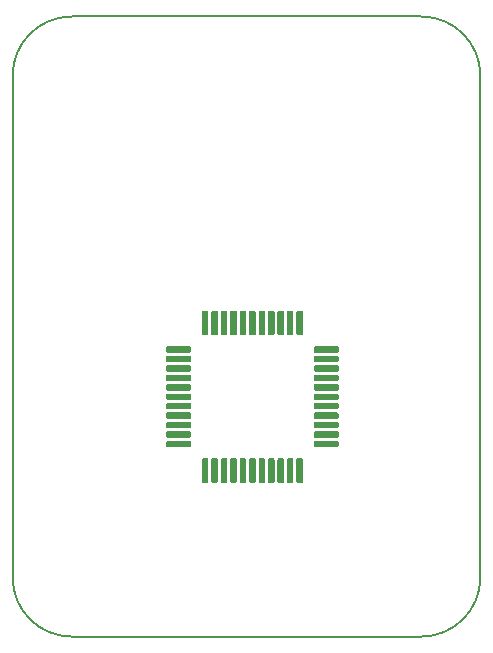
<source format=gbr>
G04 #@! TF.GenerationSoftware,KiCad,Pcbnew,5.1.4-e60b266~84~ubuntu19.04.1*
G04 #@! TF.CreationDate,2019-10-06T15:33:40+03:00*
G04 #@! TF.ProjectId,BRK-QFP-44-10x10-P0.8-Sharp,42524b2d-5146-4502-9d34-342d31307831,v1.0*
G04 #@! TF.SameCoordinates,Original*
G04 #@! TF.FileFunction,Paste,Top*
G04 #@! TF.FilePolarity,Positive*
%FSLAX46Y46*%
G04 Gerber Fmt 4.6, Leading zero omitted, Abs format (unit mm)*
G04 Created by KiCad (PCBNEW 5.1.4-e60b266~84~ubuntu19.04.1) date 2019-10-06 15:33:40*
%MOMM*%
%LPD*%
G04 APERTURE LIST*
%ADD10C,0.150000*%
%ADD11C,0.100000*%
%ADD12C,0.550000*%
G04 APERTURE END LIST*
D10*
X73400000Y-30400000D02*
G75*
G02X78400000Y-35400000I0J-5000000D01*
G01*
X38800000Y-35400000D02*
G75*
G02X43800000Y-30400000I5000000J0D01*
G01*
X78400000Y-77900000D02*
G75*
G02X73400000Y-82900000I-5000000J0D01*
G01*
X43800000Y-82900000D02*
G75*
G02X38800000Y-77900000I0J5000000D01*
G01*
X73400000Y-82900000D02*
X43800000Y-82900000D01*
X78400000Y-35400000D02*
X78400000Y-77900000D01*
X43800000Y-30400000D02*
X73400000Y-30400000D01*
X38800000Y-77900000D02*
X38800000Y-35400000D01*
D11*
G36*
X55250977Y-55300662D02*
G01*
X55264325Y-55302642D01*
X55277414Y-55305921D01*
X55290119Y-55310467D01*
X55302317Y-55316236D01*
X55313891Y-55323173D01*
X55324729Y-55331211D01*
X55334727Y-55340273D01*
X55343789Y-55350271D01*
X55351827Y-55361109D01*
X55358764Y-55372683D01*
X55364533Y-55384881D01*
X55369079Y-55397586D01*
X55372358Y-55410675D01*
X55374338Y-55424023D01*
X55375000Y-55437500D01*
X55375000Y-57262500D01*
X55374338Y-57275977D01*
X55372358Y-57289325D01*
X55369079Y-57302414D01*
X55364533Y-57315119D01*
X55358764Y-57327317D01*
X55351827Y-57338891D01*
X55343789Y-57349729D01*
X55334727Y-57359727D01*
X55324729Y-57368789D01*
X55313891Y-57376827D01*
X55302317Y-57383764D01*
X55290119Y-57389533D01*
X55277414Y-57394079D01*
X55264325Y-57397358D01*
X55250977Y-57399338D01*
X55237500Y-57400000D01*
X54962500Y-57400000D01*
X54949023Y-57399338D01*
X54935675Y-57397358D01*
X54922586Y-57394079D01*
X54909881Y-57389533D01*
X54897683Y-57383764D01*
X54886109Y-57376827D01*
X54875271Y-57368789D01*
X54865273Y-57359727D01*
X54856211Y-57349729D01*
X54848173Y-57338891D01*
X54841236Y-57327317D01*
X54835467Y-57315119D01*
X54830921Y-57302414D01*
X54827642Y-57289325D01*
X54825662Y-57275977D01*
X54825000Y-57262500D01*
X54825000Y-55437500D01*
X54825662Y-55424023D01*
X54827642Y-55410675D01*
X54830921Y-55397586D01*
X54835467Y-55384881D01*
X54841236Y-55372683D01*
X54848173Y-55361109D01*
X54856211Y-55350271D01*
X54865273Y-55340273D01*
X54875271Y-55331211D01*
X54886109Y-55323173D01*
X54897683Y-55316236D01*
X54909881Y-55310467D01*
X54922586Y-55305921D01*
X54935675Y-55302642D01*
X54949023Y-55300662D01*
X54962500Y-55300000D01*
X55237500Y-55300000D01*
X55250977Y-55300662D01*
X55250977Y-55300662D01*
G37*
D12*
X55100000Y-56350000D03*
D11*
G36*
X56050977Y-55300662D02*
G01*
X56064325Y-55302642D01*
X56077414Y-55305921D01*
X56090119Y-55310467D01*
X56102317Y-55316236D01*
X56113891Y-55323173D01*
X56124729Y-55331211D01*
X56134727Y-55340273D01*
X56143789Y-55350271D01*
X56151827Y-55361109D01*
X56158764Y-55372683D01*
X56164533Y-55384881D01*
X56169079Y-55397586D01*
X56172358Y-55410675D01*
X56174338Y-55424023D01*
X56175000Y-55437500D01*
X56175000Y-57262500D01*
X56174338Y-57275977D01*
X56172358Y-57289325D01*
X56169079Y-57302414D01*
X56164533Y-57315119D01*
X56158764Y-57327317D01*
X56151827Y-57338891D01*
X56143789Y-57349729D01*
X56134727Y-57359727D01*
X56124729Y-57368789D01*
X56113891Y-57376827D01*
X56102317Y-57383764D01*
X56090119Y-57389533D01*
X56077414Y-57394079D01*
X56064325Y-57397358D01*
X56050977Y-57399338D01*
X56037500Y-57400000D01*
X55762500Y-57400000D01*
X55749023Y-57399338D01*
X55735675Y-57397358D01*
X55722586Y-57394079D01*
X55709881Y-57389533D01*
X55697683Y-57383764D01*
X55686109Y-57376827D01*
X55675271Y-57368789D01*
X55665273Y-57359727D01*
X55656211Y-57349729D01*
X55648173Y-57338891D01*
X55641236Y-57327317D01*
X55635467Y-57315119D01*
X55630921Y-57302414D01*
X55627642Y-57289325D01*
X55625662Y-57275977D01*
X55625000Y-57262500D01*
X55625000Y-55437500D01*
X55625662Y-55424023D01*
X55627642Y-55410675D01*
X55630921Y-55397586D01*
X55635467Y-55384881D01*
X55641236Y-55372683D01*
X55648173Y-55361109D01*
X55656211Y-55350271D01*
X55665273Y-55340273D01*
X55675271Y-55331211D01*
X55686109Y-55323173D01*
X55697683Y-55316236D01*
X55709881Y-55310467D01*
X55722586Y-55305921D01*
X55735675Y-55302642D01*
X55749023Y-55300662D01*
X55762500Y-55300000D01*
X56037500Y-55300000D01*
X56050977Y-55300662D01*
X56050977Y-55300662D01*
G37*
D12*
X55900000Y-56350000D03*
D11*
G36*
X56850977Y-55300662D02*
G01*
X56864325Y-55302642D01*
X56877414Y-55305921D01*
X56890119Y-55310467D01*
X56902317Y-55316236D01*
X56913891Y-55323173D01*
X56924729Y-55331211D01*
X56934727Y-55340273D01*
X56943789Y-55350271D01*
X56951827Y-55361109D01*
X56958764Y-55372683D01*
X56964533Y-55384881D01*
X56969079Y-55397586D01*
X56972358Y-55410675D01*
X56974338Y-55424023D01*
X56975000Y-55437500D01*
X56975000Y-57262500D01*
X56974338Y-57275977D01*
X56972358Y-57289325D01*
X56969079Y-57302414D01*
X56964533Y-57315119D01*
X56958764Y-57327317D01*
X56951827Y-57338891D01*
X56943789Y-57349729D01*
X56934727Y-57359727D01*
X56924729Y-57368789D01*
X56913891Y-57376827D01*
X56902317Y-57383764D01*
X56890119Y-57389533D01*
X56877414Y-57394079D01*
X56864325Y-57397358D01*
X56850977Y-57399338D01*
X56837500Y-57400000D01*
X56562500Y-57400000D01*
X56549023Y-57399338D01*
X56535675Y-57397358D01*
X56522586Y-57394079D01*
X56509881Y-57389533D01*
X56497683Y-57383764D01*
X56486109Y-57376827D01*
X56475271Y-57368789D01*
X56465273Y-57359727D01*
X56456211Y-57349729D01*
X56448173Y-57338891D01*
X56441236Y-57327317D01*
X56435467Y-57315119D01*
X56430921Y-57302414D01*
X56427642Y-57289325D01*
X56425662Y-57275977D01*
X56425000Y-57262500D01*
X56425000Y-55437500D01*
X56425662Y-55424023D01*
X56427642Y-55410675D01*
X56430921Y-55397586D01*
X56435467Y-55384881D01*
X56441236Y-55372683D01*
X56448173Y-55361109D01*
X56456211Y-55350271D01*
X56465273Y-55340273D01*
X56475271Y-55331211D01*
X56486109Y-55323173D01*
X56497683Y-55316236D01*
X56509881Y-55310467D01*
X56522586Y-55305921D01*
X56535675Y-55302642D01*
X56549023Y-55300662D01*
X56562500Y-55300000D01*
X56837500Y-55300000D01*
X56850977Y-55300662D01*
X56850977Y-55300662D01*
G37*
D12*
X56700000Y-56350000D03*
D11*
G36*
X57650977Y-55300662D02*
G01*
X57664325Y-55302642D01*
X57677414Y-55305921D01*
X57690119Y-55310467D01*
X57702317Y-55316236D01*
X57713891Y-55323173D01*
X57724729Y-55331211D01*
X57734727Y-55340273D01*
X57743789Y-55350271D01*
X57751827Y-55361109D01*
X57758764Y-55372683D01*
X57764533Y-55384881D01*
X57769079Y-55397586D01*
X57772358Y-55410675D01*
X57774338Y-55424023D01*
X57775000Y-55437500D01*
X57775000Y-57262500D01*
X57774338Y-57275977D01*
X57772358Y-57289325D01*
X57769079Y-57302414D01*
X57764533Y-57315119D01*
X57758764Y-57327317D01*
X57751827Y-57338891D01*
X57743789Y-57349729D01*
X57734727Y-57359727D01*
X57724729Y-57368789D01*
X57713891Y-57376827D01*
X57702317Y-57383764D01*
X57690119Y-57389533D01*
X57677414Y-57394079D01*
X57664325Y-57397358D01*
X57650977Y-57399338D01*
X57637500Y-57400000D01*
X57362500Y-57400000D01*
X57349023Y-57399338D01*
X57335675Y-57397358D01*
X57322586Y-57394079D01*
X57309881Y-57389533D01*
X57297683Y-57383764D01*
X57286109Y-57376827D01*
X57275271Y-57368789D01*
X57265273Y-57359727D01*
X57256211Y-57349729D01*
X57248173Y-57338891D01*
X57241236Y-57327317D01*
X57235467Y-57315119D01*
X57230921Y-57302414D01*
X57227642Y-57289325D01*
X57225662Y-57275977D01*
X57225000Y-57262500D01*
X57225000Y-55437500D01*
X57225662Y-55424023D01*
X57227642Y-55410675D01*
X57230921Y-55397586D01*
X57235467Y-55384881D01*
X57241236Y-55372683D01*
X57248173Y-55361109D01*
X57256211Y-55350271D01*
X57265273Y-55340273D01*
X57275271Y-55331211D01*
X57286109Y-55323173D01*
X57297683Y-55316236D01*
X57309881Y-55310467D01*
X57322586Y-55305921D01*
X57335675Y-55302642D01*
X57349023Y-55300662D01*
X57362500Y-55300000D01*
X57637500Y-55300000D01*
X57650977Y-55300662D01*
X57650977Y-55300662D01*
G37*
D12*
X57500000Y-56350000D03*
D11*
G36*
X58450977Y-55300662D02*
G01*
X58464325Y-55302642D01*
X58477414Y-55305921D01*
X58490119Y-55310467D01*
X58502317Y-55316236D01*
X58513891Y-55323173D01*
X58524729Y-55331211D01*
X58534727Y-55340273D01*
X58543789Y-55350271D01*
X58551827Y-55361109D01*
X58558764Y-55372683D01*
X58564533Y-55384881D01*
X58569079Y-55397586D01*
X58572358Y-55410675D01*
X58574338Y-55424023D01*
X58575000Y-55437500D01*
X58575000Y-57262500D01*
X58574338Y-57275977D01*
X58572358Y-57289325D01*
X58569079Y-57302414D01*
X58564533Y-57315119D01*
X58558764Y-57327317D01*
X58551827Y-57338891D01*
X58543789Y-57349729D01*
X58534727Y-57359727D01*
X58524729Y-57368789D01*
X58513891Y-57376827D01*
X58502317Y-57383764D01*
X58490119Y-57389533D01*
X58477414Y-57394079D01*
X58464325Y-57397358D01*
X58450977Y-57399338D01*
X58437500Y-57400000D01*
X58162500Y-57400000D01*
X58149023Y-57399338D01*
X58135675Y-57397358D01*
X58122586Y-57394079D01*
X58109881Y-57389533D01*
X58097683Y-57383764D01*
X58086109Y-57376827D01*
X58075271Y-57368789D01*
X58065273Y-57359727D01*
X58056211Y-57349729D01*
X58048173Y-57338891D01*
X58041236Y-57327317D01*
X58035467Y-57315119D01*
X58030921Y-57302414D01*
X58027642Y-57289325D01*
X58025662Y-57275977D01*
X58025000Y-57262500D01*
X58025000Y-55437500D01*
X58025662Y-55424023D01*
X58027642Y-55410675D01*
X58030921Y-55397586D01*
X58035467Y-55384881D01*
X58041236Y-55372683D01*
X58048173Y-55361109D01*
X58056211Y-55350271D01*
X58065273Y-55340273D01*
X58075271Y-55331211D01*
X58086109Y-55323173D01*
X58097683Y-55316236D01*
X58109881Y-55310467D01*
X58122586Y-55305921D01*
X58135675Y-55302642D01*
X58149023Y-55300662D01*
X58162500Y-55300000D01*
X58437500Y-55300000D01*
X58450977Y-55300662D01*
X58450977Y-55300662D01*
G37*
D12*
X58300000Y-56350000D03*
D11*
G36*
X59250977Y-55300662D02*
G01*
X59264325Y-55302642D01*
X59277414Y-55305921D01*
X59290119Y-55310467D01*
X59302317Y-55316236D01*
X59313891Y-55323173D01*
X59324729Y-55331211D01*
X59334727Y-55340273D01*
X59343789Y-55350271D01*
X59351827Y-55361109D01*
X59358764Y-55372683D01*
X59364533Y-55384881D01*
X59369079Y-55397586D01*
X59372358Y-55410675D01*
X59374338Y-55424023D01*
X59375000Y-55437500D01*
X59375000Y-57262500D01*
X59374338Y-57275977D01*
X59372358Y-57289325D01*
X59369079Y-57302414D01*
X59364533Y-57315119D01*
X59358764Y-57327317D01*
X59351827Y-57338891D01*
X59343789Y-57349729D01*
X59334727Y-57359727D01*
X59324729Y-57368789D01*
X59313891Y-57376827D01*
X59302317Y-57383764D01*
X59290119Y-57389533D01*
X59277414Y-57394079D01*
X59264325Y-57397358D01*
X59250977Y-57399338D01*
X59237500Y-57400000D01*
X58962500Y-57400000D01*
X58949023Y-57399338D01*
X58935675Y-57397358D01*
X58922586Y-57394079D01*
X58909881Y-57389533D01*
X58897683Y-57383764D01*
X58886109Y-57376827D01*
X58875271Y-57368789D01*
X58865273Y-57359727D01*
X58856211Y-57349729D01*
X58848173Y-57338891D01*
X58841236Y-57327317D01*
X58835467Y-57315119D01*
X58830921Y-57302414D01*
X58827642Y-57289325D01*
X58825662Y-57275977D01*
X58825000Y-57262500D01*
X58825000Y-55437500D01*
X58825662Y-55424023D01*
X58827642Y-55410675D01*
X58830921Y-55397586D01*
X58835467Y-55384881D01*
X58841236Y-55372683D01*
X58848173Y-55361109D01*
X58856211Y-55350271D01*
X58865273Y-55340273D01*
X58875271Y-55331211D01*
X58886109Y-55323173D01*
X58897683Y-55316236D01*
X58909881Y-55310467D01*
X58922586Y-55305921D01*
X58935675Y-55302642D01*
X58949023Y-55300662D01*
X58962500Y-55300000D01*
X59237500Y-55300000D01*
X59250977Y-55300662D01*
X59250977Y-55300662D01*
G37*
D12*
X59100000Y-56350000D03*
D11*
G36*
X60050977Y-55300662D02*
G01*
X60064325Y-55302642D01*
X60077414Y-55305921D01*
X60090119Y-55310467D01*
X60102317Y-55316236D01*
X60113891Y-55323173D01*
X60124729Y-55331211D01*
X60134727Y-55340273D01*
X60143789Y-55350271D01*
X60151827Y-55361109D01*
X60158764Y-55372683D01*
X60164533Y-55384881D01*
X60169079Y-55397586D01*
X60172358Y-55410675D01*
X60174338Y-55424023D01*
X60175000Y-55437500D01*
X60175000Y-57262500D01*
X60174338Y-57275977D01*
X60172358Y-57289325D01*
X60169079Y-57302414D01*
X60164533Y-57315119D01*
X60158764Y-57327317D01*
X60151827Y-57338891D01*
X60143789Y-57349729D01*
X60134727Y-57359727D01*
X60124729Y-57368789D01*
X60113891Y-57376827D01*
X60102317Y-57383764D01*
X60090119Y-57389533D01*
X60077414Y-57394079D01*
X60064325Y-57397358D01*
X60050977Y-57399338D01*
X60037500Y-57400000D01*
X59762500Y-57400000D01*
X59749023Y-57399338D01*
X59735675Y-57397358D01*
X59722586Y-57394079D01*
X59709881Y-57389533D01*
X59697683Y-57383764D01*
X59686109Y-57376827D01*
X59675271Y-57368789D01*
X59665273Y-57359727D01*
X59656211Y-57349729D01*
X59648173Y-57338891D01*
X59641236Y-57327317D01*
X59635467Y-57315119D01*
X59630921Y-57302414D01*
X59627642Y-57289325D01*
X59625662Y-57275977D01*
X59625000Y-57262500D01*
X59625000Y-55437500D01*
X59625662Y-55424023D01*
X59627642Y-55410675D01*
X59630921Y-55397586D01*
X59635467Y-55384881D01*
X59641236Y-55372683D01*
X59648173Y-55361109D01*
X59656211Y-55350271D01*
X59665273Y-55340273D01*
X59675271Y-55331211D01*
X59686109Y-55323173D01*
X59697683Y-55316236D01*
X59709881Y-55310467D01*
X59722586Y-55305921D01*
X59735675Y-55302642D01*
X59749023Y-55300662D01*
X59762500Y-55300000D01*
X60037500Y-55300000D01*
X60050977Y-55300662D01*
X60050977Y-55300662D01*
G37*
D12*
X59900000Y-56350000D03*
D11*
G36*
X60850977Y-55300662D02*
G01*
X60864325Y-55302642D01*
X60877414Y-55305921D01*
X60890119Y-55310467D01*
X60902317Y-55316236D01*
X60913891Y-55323173D01*
X60924729Y-55331211D01*
X60934727Y-55340273D01*
X60943789Y-55350271D01*
X60951827Y-55361109D01*
X60958764Y-55372683D01*
X60964533Y-55384881D01*
X60969079Y-55397586D01*
X60972358Y-55410675D01*
X60974338Y-55424023D01*
X60975000Y-55437500D01*
X60975000Y-57262500D01*
X60974338Y-57275977D01*
X60972358Y-57289325D01*
X60969079Y-57302414D01*
X60964533Y-57315119D01*
X60958764Y-57327317D01*
X60951827Y-57338891D01*
X60943789Y-57349729D01*
X60934727Y-57359727D01*
X60924729Y-57368789D01*
X60913891Y-57376827D01*
X60902317Y-57383764D01*
X60890119Y-57389533D01*
X60877414Y-57394079D01*
X60864325Y-57397358D01*
X60850977Y-57399338D01*
X60837500Y-57400000D01*
X60562500Y-57400000D01*
X60549023Y-57399338D01*
X60535675Y-57397358D01*
X60522586Y-57394079D01*
X60509881Y-57389533D01*
X60497683Y-57383764D01*
X60486109Y-57376827D01*
X60475271Y-57368789D01*
X60465273Y-57359727D01*
X60456211Y-57349729D01*
X60448173Y-57338891D01*
X60441236Y-57327317D01*
X60435467Y-57315119D01*
X60430921Y-57302414D01*
X60427642Y-57289325D01*
X60425662Y-57275977D01*
X60425000Y-57262500D01*
X60425000Y-55437500D01*
X60425662Y-55424023D01*
X60427642Y-55410675D01*
X60430921Y-55397586D01*
X60435467Y-55384881D01*
X60441236Y-55372683D01*
X60448173Y-55361109D01*
X60456211Y-55350271D01*
X60465273Y-55340273D01*
X60475271Y-55331211D01*
X60486109Y-55323173D01*
X60497683Y-55316236D01*
X60509881Y-55310467D01*
X60522586Y-55305921D01*
X60535675Y-55302642D01*
X60549023Y-55300662D01*
X60562500Y-55300000D01*
X60837500Y-55300000D01*
X60850977Y-55300662D01*
X60850977Y-55300662D01*
G37*
D12*
X60700000Y-56350000D03*
D11*
G36*
X61650977Y-55300662D02*
G01*
X61664325Y-55302642D01*
X61677414Y-55305921D01*
X61690119Y-55310467D01*
X61702317Y-55316236D01*
X61713891Y-55323173D01*
X61724729Y-55331211D01*
X61734727Y-55340273D01*
X61743789Y-55350271D01*
X61751827Y-55361109D01*
X61758764Y-55372683D01*
X61764533Y-55384881D01*
X61769079Y-55397586D01*
X61772358Y-55410675D01*
X61774338Y-55424023D01*
X61775000Y-55437500D01*
X61775000Y-57262500D01*
X61774338Y-57275977D01*
X61772358Y-57289325D01*
X61769079Y-57302414D01*
X61764533Y-57315119D01*
X61758764Y-57327317D01*
X61751827Y-57338891D01*
X61743789Y-57349729D01*
X61734727Y-57359727D01*
X61724729Y-57368789D01*
X61713891Y-57376827D01*
X61702317Y-57383764D01*
X61690119Y-57389533D01*
X61677414Y-57394079D01*
X61664325Y-57397358D01*
X61650977Y-57399338D01*
X61637500Y-57400000D01*
X61362500Y-57400000D01*
X61349023Y-57399338D01*
X61335675Y-57397358D01*
X61322586Y-57394079D01*
X61309881Y-57389533D01*
X61297683Y-57383764D01*
X61286109Y-57376827D01*
X61275271Y-57368789D01*
X61265273Y-57359727D01*
X61256211Y-57349729D01*
X61248173Y-57338891D01*
X61241236Y-57327317D01*
X61235467Y-57315119D01*
X61230921Y-57302414D01*
X61227642Y-57289325D01*
X61225662Y-57275977D01*
X61225000Y-57262500D01*
X61225000Y-55437500D01*
X61225662Y-55424023D01*
X61227642Y-55410675D01*
X61230921Y-55397586D01*
X61235467Y-55384881D01*
X61241236Y-55372683D01*
X61248173Y-55361109D01*
X61256211Y-55350271D01*
X61265273Y-55340273D01*
X61275271Y-55331211D01*
X61286109Y-55323173D01*
X61297683Y-55316236D01*
X61309881Y-55310467D01*
X61322586Y-55305921D01*
X61335675Y-55302642D01*
X61349023Y-55300662D01*
X61362500Y-55300000D01*
X61637500Y-55300000D01*
X61650977Y-55300662D01*
X61650977Y-55300662D01*
G37*
D12*
X61500000Y-56350000D03*
D11*
G36*
X62450977Y-55300662D02*
G01*
X62464325Y-55302642D01*
X62477414Y-55305921D01*
X62490119Y-55310467D01*
X62502317Y-55316236D01*
X62513891Y-55323173D01*
X62524729Y-55331211D01*
X62534727Y-55340273D01*
X62543789Y-55350271D01*
X62551827Y-55361109D01*
X62558764Y-55372683D01*
X62564533Y-55384881D01*
X62569079Y-55397586D01*
X62572358Y-55410675D01*
X62574338Y-55424023D01*
X62575000Y-55437500D01*
X62575000Y-57262500D01*
X62574338Y-57275977D01*
X62572358Y-57289325D01*
X62569079Y-57302414D01*
X62564533Y-57315119D01*
X62558764Y-57327317D01*
X62551827Y-57338891D01*
X62543789Y-57349729D01*
X62534727Y-57359727D01*
X62524729Y-57368789D01*
X62513891Y-57376827D01*
X62502317Y-57383764D01*
X62490119Y-57389533D01*
X62477414Y-57394079D01*
X62464325Y-57397358D01*
X62450977Y-57399338D01*
X62437500Y-57400000D01*
X62162500Y-57400000D01*
X62149023Y-57399338D01*
X62135675Y-57397358D01*
X62122586Y-57394079D01*
X62109881Y-57389533D01*
X62097683Y-57383764D01*
X62086109Y-57376827D01*
X62075271Y-57368789D01*
X62065273Y-57359727D01*
X62056211Y-57349729D01*
X62048173Y-57338891D01*
X62041236Y-57327317D01*
X62035467Y-57315119D01*
X62030921Y-57302414D01*
X62027642Y-57289325D01*
X62025662Y-57275977D01*
X62025000Y-57262500D01*
X62025000Y-55437500D01*
X62025662Y-55424023D01*
X62027642Y-55410675D01*
X62030921Y-55397586D01*
X62035467Y-55384881D01*
X62041236Y-55372683D01*
X62048173Y-55361109D01*
X62056211Y-55350271D01*
X62065273Y-55340273D01*
X62075271Y-55331211D01*
X62086109Y-55323173D01*
X62097683Y-55316236D01*
X62109881Y-55310467D01*
X62122586Y-55305921D01*
X62135675Y-55302642D01*
X62149023Y-55300662D01*
X62162500Y-55300000D01*
X62437500Y-55300000D01*
X62450977Y-55300662D01*
X62450977Y-55300662D01*
G37*
D12*
X62300000Y-56350000D03*
D11*
G36*
X63250977Y-55300662D02*
G01*
X63264325Y-55302642D01*
X63277414Y-55305921D01*
X63290119Y-55310467D01*
X63302317Y-55316236D01*
X63313891Y-55323173D01*
X63324729Y-55331211D01*
X63334727Y-55340273D01*
X63343789Y-55350271D01*
X63351827Y-55361109D01*
X63358764Y-55372683D01*
X63364533Y-55384881D01*
X63369079Y-55397586D01*
X63372358Y-55410675D01*
X63374338Y-55424023D01*
X63375000Y-55437500D01*
X63375000Y-57262500D01*
X63374338Y-57275977D01*
X63372358Y-57289325D01*
X63369079Y-57302414D01*
X63364533Y-57315119D01*
X63358764Y-57327317D01*
X63351827Y-57338891D01*
X63343789Y-57349729D01*
X63334727Y-57359727D01*
X63324729Y-57368789D01*
X63313891Y-57376827D01*
X63302317Y-57383764D01*
X63290119Y-57389533D01*
X63277414Y-57394079D01*
X63264325Y-57397358D01*
X63250977Y-57399338D01*
X63237500Y-57400000D01*
X62962500Y-57400000D01*
X62949023Y-57399338D01*
X62935675Y-57397358D01*
X62922586Y-57394079D01*
X62909881Y-57389533D01*
X62897683Y-57383764D01*
X62886109Y-57376827D01*
X62875271Y-57368789D01*
X62865273Y-57359727D01*
X62856211Y-57349729D01*
X62848173Y-57338891D01*
X62841236Y-57327317D01*
X62835467Y-57315119D01*
X62830921Y-57302414D01*
X62827642Y-57289325D01*
X62825662Y-57275977D01*
X62825000Y-57262500D01*
X62825000Y-55437500D01*
X62825662Y-55424023D01*
X62827642Y-55410675D01*
X62830921Y-55397586D01*
X62835467Y-55384881D01*
X62841236Y-55372683D01*
X62848173Y-55361109D01*
X62856211Y-55350271D01*
X62865273Y-55340273D01*
X62875271Y-55331211D01*
X62886109Y-55323173D01*
X62897683Y-55316236D01*
X62909881Y-55310467D01*
X62922586Y-55305921D01*
X62935675Y-55302642D01*
X62949023Y-55300662D01*
X62962500Y-55300000D01*
X63237500Y-55300000D01*
X63250977Y-55300662D01*
X63250977Y-55300662D01*
G37*
D12*
X63100000Y-56350000D03*
D11*
G36*
X66275977Y-58325662D02*
G01*
X66289325Y-58327642D01*
X66302414Y-58330921D01*
X66315119Y-58335467D01*
X66327317Y-58341236D01*
X66338891Y-58348173D01*
X66349729Y-58356211D01*
X66359727Y-58365273D01*
X66368789Y-58375271D01*
X66376827Y-58386109D01*
X66383764Y-58397683D01*
X66389533Y-58409881D01*
X66394079Y-58422586D01*
X66397358Y-58435675D01*
X66399338Y-58449023D01*
X66400000Y-58462500D01*
X66400000Y-58737500D01*
X66399338Y-58750977D01*
X66397358Y-58764325D01*
X66394079Y-58777414D01*
X66389533Y-58790119D01*
X66383764Y-58802317D01*
X66376827Y-58813891D01*
X66368789Y-58824729D01*
X66359727Y-58834727D01*
X66349729Y-58843789D01*
X66338891Y-58851827D01*
X66327317Y-58858764D01*
X66315119Y-58864533D01*
X66302414Y-58869079D01*
X66289325Y-58872358D01*
X66275977Y-58874338D01*
X66262500Y-58875000D01*
X64437500Y-58875000D01*
X64424023Y-58874338D01*
X64410675Y-58872358D01*
X64397586Y-58869079D01*
X64384881Y-58864533D01*
X64372683Y-58858764D01*
X64361109Y-58851827D01*
X64350271Y-58843789D01*
X64340273Y-58834727D01*
X64331211Y-58824729D01*
X64323173Y-58813891D01*
X64316236Y-58802317D01*
X64310467Y-58790119D01*
X64305921Y-58777414D01*
X64302642Y-58764325D01*
X64300662Y-58750977D01*
X64300000Y-58737500D01*
X64300000Y-58462500D01*
X64300662Y-58449023D01*
X64302642Y-58435675D01*
X64305921Y-58422586D01*
X64310467Y-58409881D01*
X64316236Y-58397683D01*
X64323173Y-58386109D01*
X64331211Y-58375271D01*
X64340273Y-58365273D01*
X64350271Y-58356211D01*
X64361109Y-58348173D01*
X64372683Y-58341236D01*
X64384881Y-58335467D01*
X64397586Y-58330921D01*
X64410675Y-58327642D01*
X64424023Y-58325662D01*
X64437500Y-58325000D01*
X66262500Y-58325000D01*
X66275977Y-58325662D01*
X66275977Y-58325662D01*
G37*
D12*
X65350000Y-58600000D03*
D11*
G36*
X66275977Y-59125662D02*
G01*
X66289325Y-59127642D01*
X66302414Y-59130921D01*
X66315119Y-59135467D01*
X66327317Y-59141236D01*
X66338891Y-59148173D01*
X66349729Y-59156211D01*
X66359727Y-59165273D01*
X66368789Y-59175271D01*
X66376827Y-59186109D01*
X66383764Y-59197683D01*
X66389533Y-59209881D01*
X66394079Y-59222586D01*
X66397358Y-59235675D01*
X66399338Y-59249023D01*
X66400000Y-59262500D01*
X66400000Y-59537500D01*
X66399338Y-59550977D01*
X66397358Y-59564325D01*
X66394079Y-59577414D01*
X66389533Y-59590119D01*
X66383764Y-59602317D01*
X66376827Y-59613891D01*
X66368789Y-59624729D01*
X66359727Y-59634727D01*
X66349729Y-59643789D01*
X66338891Y-59651827D01*
X66327317Y-59658764D01*
X66315119Y-59664533D01*
X66302414Y-59669079D01*
X66289325Y-59672358D01*
X66275977Y-59674338D01*
X66262500Y-59675000D01*
X64437500Y-59675000D01*
X64424023Y-59674338D01*
X64410675Y-59672358D01*
X64397586Y-59669079D01*
X64384881Y-59664533D01*
X64372683Y-59658764D01*
X64361109Y-59651827D01*
X64350271Y-59643789D01*
X64340273Y-59634727D01*
X64331211Y-59624729D01*
X64323173Y-59613891D01*
X64316236Y-59602317D01*
X64310467Y-59590119D01*
X64305921Y-59577414D01*
X64302642Y-59564325D01*
X64300662Y-59550977D01*
X64300000Y-59537500D01*
X64300000Y-59262500D01*
X64300662Y-59249023D01*
X64302642Y-59235675D01*
X64305921Y-59222586D01*
X64310467Y-59209881D01*
X64316236Y-59197683D01*
X64323173Y-59186109D01*
X64331211Y-59175271D01*
X64340273Y-59165273D01*
X64350271Y-59156211D01*
X64361109Y-59148173D01*
X64372683Y-59141236D01*
X64384881Y-59135467D01*
X64397586Y-59130921D01*
X64410675Y-59127642D01*
X64424023Y-59125662D01*
X64437500Y-59125000D01*
X66262500Y-59125000D01*
X66275977Y-59125662D01*
X66275977Y-59125662D01*
G37*
D12*
X65350000Y-59400000D03*
D11*
G36*
X66275977Y-59925662D02*
G01*
X66289325Y-59927642D01*
X66302414Y-59930921D01*
X66315119Y-59935467D01*
X66327317Y-59941236D01*
X66338891Y-59948173D01*
X66349729Y-59956211D01*
X66359727Y-59965273D01*
X66368789Y-59975271D01*
X66376827Y-59986109D01*
X66383764Y-59997683D01*
X66389533Y-60009881D01*
X66394079Y-60022586D01*
X66397358Y-60035675D01*
X66399338Y-60049023D01*
X66400000Y-60062500D01*
X66400000Y-60337500D01*
X66399338Y-60350977D01*
X66397358Y-60364325D01*
X66394079Y-60377414D01*
X66389533Y-60390119D01*
X66383764Y-60402317D01*
X66376827Y-60413891D01*
X66368789Y-60424729D01*
X66359727Y-60434727D01*
X66349729Y-60443789D01*
X66338891Y-60451827D01*
X66327317Y-60458764D01*
X66315119Y-60464533D01*
X66302414Y-60469079D01*
X66289325Y-60472358D01*
X66275977Y-60474338D01*
X66262500Y-60475000D01*
X64437500Y-60475000D01*
X64424023Y-60474338D01*
X64410675Y-60472358D01*
X64397586Y-60469079D01*
X64384881Y-60464533D01*
X64372683Y-60458764D01*
X64361109Y-60451827D01*
X64350271Y-60443789D01*
X64340273Y-60434727D01*
X64331211Y-60424729D01*
X64323173Y-60413891D01*
X64316236Y-60402317D01*
X64310467Y-60390119D01*
X64305921Y-60377414D01*
X64302642Y-60364325D01*
X64300662Y-60350977D01*
X64300000Y-60337500D01*
X64300000Y-60062500D01*
X64300662Y-60049023D01*
X64302642Y-60035675D01*
X64305921Y-60022586D01*
X64310467Y-60009881D01*
X64316236Y-59997683D01*
X64323173Y-59986109D01*
X64331211Y-59975271D01*
X64340273Y-59965273D01*
X64350271Y-59956211D01*
X64361109Y-59948173D01*
X64372683Y-59941236D01*
X64384881Y-59935467D01*
X64397586Y-59930921D01*
X64410675Y-59927642D01*
X64424023Y-59925662D01*
X64437500Y-59925000D01*
X66262500Y-59925000D01*
X66275977Y-59925662D01*
X66275977Y-59925662D01*
G37*
D12*
X65350000Y-60200000D03*
D11*
G36*
X66275977Y-60725662D02*
G01*
X66289325Y-60727642D01*
X66302414Y-60730921D01*
X66315119Y-60735467D01*
X66327317Y-60741236D01*
X66338891Y-60748173D01*
X66349729Y-60756211D01*
X66359727Y-60765273D01*
X66368789Y-60775271D01*
X66376827Y-60786109D01*
X66383764Y-60797683D01*
X66389533Y-60809881D01*
X66394079Y-60822586D01*
X66397358Y-60835675D01*
X66399338Y-60849023D01*
X66400000Y-60862500D01*
X66400000Y-61137500D01*
X66399338Y-61150977D01*
X66397358Y-61164325D01*
X66394079Y-61177414D01*
X66389533Y-61190119D01*
X66383764Y-61202317D01*
X66376827Y-61213891D01*
X66368789Y-61224729D01*
X66359727Y-61234727D01*
X66349729Y-61243789D01*
X66338891Y-61251827D01*
X66327317Y-61258764D01*
X66315119Y-61264533D01*
X66302414Y-61269079D01*
X66289325Y-61272358D01*
X66275977Y-61274338D01*
X66262500Y-61275000D01*
X64437500Y-61275000D01*
X64424023Y-61274338D01*
X64410675Y-61272358D01*
X64397586Y-61269079D01*
X64384881Y-61264533D01*
X64372683Y-61258764D01*
X64361109Y-61251827D01*
X64350271Y-61243789D01*
X64340273Y-61234727D01*
X64331211Y-61224729D01*
X64323173Y-61213891D01*
X64316236Y-61202317D01*
X64310467Y-61190119D01*
X64305921Y-61177414D01*
X64302642Y-61164325D01*
X64300662Y-61150977D01*
X64300000Y-61137500D01*
X64300000Y-60862500D01*
X64300662Y-60849023D01*
X64302642Y-60835675D01*
X64305921Y-60822586D01*
X64310467Y-60809881D01*
X64316236Y-60797683D01*
X64323173Y-60786109D01*
X64331211Y-60775271D01*
X64340273Y-60765273D01*
X64350271Y-60756211D01*
X64361109Y-60748173D01*
X64372683Y-60741236D01*
X64384881Y-60735467D01*
X64397586Y-60730921D01*
X64410675Y-60727642D01*
X64424023Y-60725662D01*
X64437500Y-60725000D01*
X66262500Y-60725000D01*
X66275977Y-60725662D01*
X66275977Y-60725662D01*
G37*
D12*
X65350000Y-61000000D03*
D11*
G36*
X66275977Y-61525662D02*
G01*
X66289325Y-61527642D01*
X66302414Y-61530921D01*
X66315119Y-61535467D01*
X66327317Y-61541236D01*
X66338891Y-61548173D01*
X66349729Y-61556211D01*
X66359727Y-61565273D01*
X66368789Y-61575271D01*
X66376827Y-61586109D01*
X66383764Y-61597683D01*
X66389533Y-61609881D01*
X66394079Y-61622586D01*
X66397358Y-61635675D01*
X66399338Y-61649023D01*
X66400000Y-61662500D01*
X66400000Y-61937500D01*
X66399338Y-61950977D01*
X66397358Y-61964325D01*
X66394079Y-61977414D01*
X66389533Y-61990119D01*
X66383764Y-62002317D01*
X66376827Y-62013891D01*
X66368789Y-62024729D01*
X66359727Y-62034727D01*
X66349729Y-62043789D01*
X66338891Y-62051827D01*
X66327317Y-62058764D01*
X66315119Y-62064533D01*
X66302414Y-62069079D01*
X66289325Y-62072358D01*
X66275977Y-62074338D01*
X66262500Y-62075000D01*
X64437500Y-62075000D01*
X64424023Y-62074338D01*
X64410675Y-62072358D01*
X64397586Y-62069079D01*
X64384881Y-62064533D01*
X64372683Y-62058764D01*
X64361109Y-62051827D01*
X64350271Y-62043789D01*
X64340273Y-62034727D01*
X64331211Y-62024729D01*
X64323173Y-62013891D01*
X64316236Y-62002317D01*
X64310467Y-61990119D01*
X64305921Y-61977414D01*
X64302642Y-61964325D01*
X64300662Y-61950977D01*
X64300000Y-61937500D01*
X64300000Y-61662500D01*
X64300662Y-61649023D01*
X64302642Y-61635675D01*
X64305921Y-61622586D01*
X64310467Y-61609881D01*
X64316236Y-61597683D01*
X64323173Y-61586109D01*
X64331211Y-61575271D01*
X64340273Y-61565273D01*
X64350271Y-61556211D01*
X64361109Y-61548173D01*
X64372683Y-61541236D01*
X64384881Y-61535467D01*
X64397586Y-61530921D01*
X64410675Y-61527642D01*
X64424023Y-61525662D01*
X64437500Y-61525000D01*
X66262500Y-61525000D01*
X66275977Y-61525662D01*
X66275977Y-61525662D01*
G37*
D12*
X65350000Y-61800000D03*
D11*
G36*
X66275977Y-62325662D02*
G01*
X66289325Y-62327642D01*
X66302414Y-62330921D01*
X66315119Y-62335467D01*
X66327317Y-62341236D01*
X66338891Y-62348173D01*
X66349729Y-62356211D01*
X66359727Y-62365273D01*
X66368789Y-62375271D01*
X66376827Y-62386109D01*
X66383764Y-62397683D01*
X66389533Y-62409881D01*
X66394079Y-62422586D01*
X66397358Y-62435675D01*
X66399338Y-62449023D01*
X66400000Y-62462500D01*
X66400000Y-62737500D01*
X66399338Y-62750977D01*
X66397358Y-62764325D01*
X66394079Y-62777414D01*
X66389533Y-62790119D01*
X66383764Y-62802317D01*
X66376827Y-62813891D01*
X66368789Y-62824729D01*
X66359727Y-62834727D01*
X66349729Y-62843789D01*
X66338891Y-62851827D01*
X66327317Y-62858764D01*
X66315119Y-62864533D01*
X66302414Y-62869079D01*
X66289325Y-62872358D01*
X66275977Y-62874338D01*
X66262500Y-62875000D01*
X64437500Y-62875000D01*
X64424023Y-62874338D01*
X64410675Y-62872358D01*
X64397586Y-62869079D01*
X64384881Y-62864533D01*
X64372683Y-62858764D01*
X64361109Y-62851827D01*
X64350271Y-62843789D01*
X64340273Y-62834727D01*
X64331211Y-62824729D01*
X64323173Y-62813891D01*
X64316236Y-62802317D01*
X64310467Y-62790119D01*
X64305921Y-62777414D01*
X64302642Y-62764325D01*
X64300662Y-62750977D01*
X64300000Y-62737500D01*
X64300000Y-62462500D01*
X64300662Y-62449023D01*
X64302642Y-62435675D01*
X64305921Y-62422586D01*
X64310467Y-62409881D01*
X64316236Y-62397683D01*
X64323173Y-62386109D01*
X64331211Y-62375271D01*
X64340273Y-62365273D01*
X64350271Y-62356211D01*
X64361109Y-62348173D01*
X64372683Y-62341236D01*
X64384881Y-62335467D01*
X64397586Y-62330921D01*
X64410675Y-62327642D01*
X64424023Y-62325662D01*
X64437500Y-62325000D01*
X66262500Y-62325000D01*
X66275977Y-62325662D01*
X66275977Y-62325662D01*
G37*
D12*
X65350000Y-62600000D03*
D11*
G36*
X66275977Y-63125662D02*
G01*
X66289325Y-63127642D01*
X66302414Y-63130921D01*
X66315119Y-63135467D01*
X66327317Y-63141236D01*
X66338891Y-63148173D01*
X66349729Y-63156211D01*
X66359727Y-63165273D01*
X66368789Y-63175271D01*
X66376827Y-63186109D01*
X66383764Y-63197683D01*
X66389533Y-63209881D01*
X66394079Y-63222586D01*
X66397358Y-63235675D01*
X66399338Y-63249023D01*
X66400000Y-63262500D01*
X66400000Y-63537500D01*
X66399338Y-63550977D01*
X66397358Y-63564325D01*
X66394079Y-63577414D01*
X66389533Y-63590119D01*
X66383764Y-63602317D01*
X66376827Y-63613891D01*
X66368789Y-63624729D01*
X66359727Y-63634727D01*
X66349729Y-63643789D01*
X66338891Y-63651827D01*
X66327317Y-63658764D01*
X66315119Y-63664533D01*
X66302414Y-63669079D01*
X66289325Y-63672358D01*
X66275977Y-63674338D01*
X66262500Y-63675000D01*
X64437500Y-63675000D01*
X64424023Y-63674338D01*
X64410675Y-63672358D01*
X64397586Y-63669079D01*
X64384881Y-63664533D01*
X64372683Y-63658764D01*
X64361109Y-63651827D01*
X64350271Y-63643789D01*
X64340273Y-63634727D01*
X64331211Y-63624729D01*
X64323173Y-63613891D01*
X64316236Y-63602317D01*
X64310467Y-63590119D01*
X64305921Y-63577414D01*
X64302642Y-63564325D01*
X64300662Y-63550977D01*
X64300000Y-63537500D01*
X64300000Y-63262500D01*
X64300662Y-63249023D01*
X64302642Y-63235675D01*
X64305921Y-63222586D01*
X64310467Y-63209881D01*
X64316236Y-63197683D01*
X64323173Y-63186109D01*
X64331211Y-63175271D01*
X64340273Y-63165273D01*
X64350271Y-63156211D01*
X64361109Y-63148173D01*
X64372683Y-63141236D01*
X64384881Y-63135467D01*
X64397586Y-63130921D01*
X64410675Y-63127642D01*
X64424023Y-63125662D01*
X64437500Y-63125000D01*
X66262500Y-63125000D01*
X66275977Y-63125662D01*
X66275977Y-63125662D01*
G37*
D12*
X65350000Y-63400000D03*
D11*
G36*
X66275977Y-63925662D02*
G01*
X66289325Y-63927642D01*
X66302414Y-63930921D01*
X66315119Y-63935467D01*
X66327317Y-63941236D01*
X66338891Y-63948173D01*
X66349729Y-63956211D01*
X66359727Y-63965273D01*
X66368789Y-63975271D01*
X66376827Y-63986109D01*
X66383764Y-63997683D01*
X66389533Y-64009881D01*
X66394079Y-64022586D01*
X66397358Y-64035675D01*
X66399338Y-64049023D01*
X66400000Y-64062500D01*
X66400000Y-64337500D01*
X66399338Y-64350977D01*
X66397358Y-64364325D01*
X66394079Y-64377414D01*
X66389533Y-64390119D01*
X66383764Y-64402317D01*
X66376827Y-64413891D01*
X66368789Y-64424729D01*
X66359727Y-64434727D01*
X66349729Y-64443789D01*
X66338891Y-64451827D01*
X66327317Y-64458764D01*
X66315119Y-64464533D01*
X66302414Y-64469079D01*
X66289325Y-64472358D01*
X66275977Y-64474338D01*
X66262500Y-64475000D01*
X64437500Y-64475000D01*
X64424023Y-64474338D01*
X64410675Y-64472358D01*
X64397586Y-64469079D01*
X64384881Y-64464533D01*
X64372683Y-64458764D01*
X64361109Y-64451827D01*
X64350271Y-64443789D01*
X64340273Y-64434727D01*
X64331211Y-64424729D01*
X64323173Y-64413891D01*
X64316236Y-64402317D01*
X64310467Y-64390119D01*
X64305921Y-64377414D01*
X64302642Y-64364325D01*
X64300662Y-64350977D01*
X64300000Y-64337500D01*
X64300000Y-64062500D01*
X64300662Y-64049023D01*
X64302642Y-64035675D01*
X64305921Y-64022586D01*
X64310467Y-64009881D01*
X64316236Y-63997683D01*
X64323173Y-63986109D01*
X64331211Y-63975271D01*
X64340273Y-63965273D01*
X64350271Y-63956211D01*
X64361109Y-63948173D01*
X64372683Y-63941236D01*
X64384881Y-63935467D01*
X64397586Y-63930921D01*
X64410675Y-63927642D01*
X64424023Y-63925662D01*
X64437500Y-63925000D01*
X66262500Y-63925000D01*
X66275977Y-63925662D01*
X66275977Y-63925662D01*
G37*
D12*
X65350000Y-64200000D03*
D11*
G36*
X66275977Y-64725662D02*
G01*
X66289325Y-64727642D01*
X66302414Y-64730921D01*
X66315119Y-64735467D01*
X66327317Y-64741236D01*
X66338891Y-64748173D01*
X66349729Y-64756211D01*
X66359727Y-64765273D01*
X66368789Y-64775271D01*
X66376827Y-64786109D01*
X66383764Y-64797683D01*
X66389533Y-64809881D01*
X66394079Y-64822586D01*
X66397358Y-64835675D01*
X66399338Y-64849023D01*
X66400000Y-64862500D01*
X66400000Y-65137500D01*
X66399338Y-65150977D01*
X66397358Y-65164325D01*
X66394079Y-65177414D01*
X66389533Y-65190119D01*
X66383764Y-65202317D01*
X66376827Y-65213891D01*
X66368789Y-65224729D01*
X66359727Y-65234727D01*
X66349729Y-65243789D01*
X66338891Y-65251827D01*
X66327317Y-65258764D01*
X66315119Y-65264533D01*
X66302414Y-65269079D01*
X66289325Y-65272358D01*
X66275977Y-65274338D01*
X66262500Y-65275000D01*
X64437500Y-65275000D01*
X64424023Y-65274338D01*
X64410675Y-65272358D01*
X64397586Y-65269079D01*
X64384881Y-65264533D01*
X64372683Y-65258764D01*
X64361109Y-65251827D01*
X64350271Y-65243789D01*
X64340273Y-65234727D01*
X64331211Y-65224729D01*
X64323173Y-65213891D01*
X64316236Y-65202317D01*
X64310467Y-65190119D01*
X64305921Y-65177414D01*
X64302642Y-65164325D01*
X64300662Y-65150977D01*
X64300000Y-65137500D01*
X64300000Y-64862500D01*
X64300662Y-64849023D01*
X64302642Y-64835675D01*
X64305921Y-64822586D01*
X64310467Y-64809881D01*
X64316236Y-64797683D01*
X64323173Y-64786109D01*
X64331211Y-64775271D01*
X64340273Y-64765273D01*
X64350271Y-64756211D01*
X64361109Y-64748173D01*
X64372683Y-64741236D01*
X64384881Y-64735467D01*
X64397586Y-64730921D01*
X64410675Y-64727642D01*
X64424023Y-64725662D01*
X64437500Y-64725000D01*
X66262500Y-64725000D01*
X66275977Y-64725662D01*
X66275977Y-64725662D01*
G37*
D12*
X65350000Y-65000000D03*
D11*
G36*
X66275977Y-65525662D02*
G01*
X66289325Y-65527642D01*
X66302414Y-65530921D01*
X66315119Y-65535467D01*
X66327317Y-65541236D01*
X66338891Y-65548173D01*
X66349729Y-65556211D01*
X66359727Y-65565273D01*
X66368789Y-65575271D01*
X66376827Y-65586109D01*
X66383764Y-65597683D01*
X66389533Y-65609881D01*
X66394079Y-65622586D01*
X66397358Y-65635675D01*
X66399338Y-65649023D01*
X66400000Y-65662500D01*
X66400000Y-65937500D01*
X66399338Y-65950977D01*
X66397358Y-65964325D01*
X66394079Y-65977414D01*
X66389533Y-65990119D01*
X66383764Y-66002317D01*
X66376827Y-66013891D01*
X66368789Y-66024729D01*
X66359727Y-66034727D01*
X66349729Y-66043789D01*
X66338891Y-66051827D01*
X66327317Y-66058764D01*
X66315119Y-66064533D01*
X66302414Y-66069079D01*
X66289325Y-66072358D01*
X66275977Y-66074338D01*
X66262500Y-66075000D01*
X64437500Y-66075000D01*
X64424023Y-66074338D01*
X64410675Y-66072358D01*
X64397586Y-66069079D01*
X64384881Y-66064533D01*
X64372683Y-66058764D01*
X64361109Y-66051827D01*
X64350271Y-66043789D01*
X64340273Y-66034727D01*
X64331211Y-66024729D01*
X64323173Y-66013891D01*
X64316236Y-66002317D01*
X64310467Y-65990119D01*
X64305921Y-65977414D01*
X64302642Y-65964325D01*
X64300662Y-65950977D01*
X64300000Y-65937500D01*
X64300000Y-65662500D01*
X64300662Y-65649023D01*
X64302642Y-65635675D01*
X64305921Y-65622586D01*
X64310467Y-65609881D01*
X64316236Y-65597683D01*
X64323173Y-65586109D01*
X64331211Y-65575271D01*
X64340273Y-65565273D01*
X64350271Y-65556211D01*
X64361109Y-65548173D01*
X64372683Y-65541236D01*
X64384881Y-65535467D01*
X64397586Y-65530921D01*
X64410675Y-65527642D01*
X64424023Y-65525662D01*
X64437500Y-65525000D01*
X66262500Y-65525000D01*
X66275977Y-65525662D01*
X66275977Y-65525662D01*
G37*
D12*
X65350000Y-65800000D03*
D11*
G36*
X66275977Y-66325662D02*
G01*
X66289325Y-66327642D01*
X66302414Y-66330921D01*
X66315119Y-66335467D01*
X66327317Y-66341236D01*
X66338891Y-66348173D01*
X66349729Y-66356211D01*
X66359727Y-66365273D01*
X66368789Y-66375271D01*
X66376827Y-66386109D01*
X66383764Y-66397683D01*
X66389533Y-66409881D01*
X66394079Y-66422586D01*
X66397358Y-66435675D01*
X66399338Y-66449023D01*
X66400000Y-66462500D01*
X66400000Y-66737500D01*
X66399338Y-66750977D01*
X66397358Y-66764325D01*
X66394079Y-66777414D01*
X66389533Y-66790119D01*
X66383764Y-66802317D01*
X66376827Y-66813891D01*
X66368789Y-66824729D01*
X66359727Y-66834727D01*
X66349729Y-66843789D01*
X66338891Y-66851827D01*
X66327317Y-66858764D01*
X66315119Y-66864533D01*
X66302414Y-66869079D01*
X66289325Y-66872358D01*
X66275977Y-66874338D01*
X66262500Y-66875000D01*
X64437500Y-66875000D01*
X64424023Y-66874338D01*
X64410675Y-66872358D01*
X64397586Y-66869079D01*
X64384881Y-66864533D01*
X64372683Y-66858764D01*
X64361109Y-66851827D01*
X64350271Y-66843789D01*
X64340273Y-66834727D01*
X64331211Y-66824729D01*
X64323173Y-66813891D01*
X64316236Y-66802317D01*
X64310467Y-66790119D01*
X64305921Y-66777414D01*
X64302642Y-66764325D01*
X64300662Y-66750977D01*
X64300000Y-66737500D01*
X64300000Y-66462500D01*
X64300662Y-66449023D01*
X64302642Y-66435675D01*
X64305921Y-66422586D01*
X64310467Y-66409881D01*
X64316236Y-66397683D01*
X64323173Y-66386109D01*
X64331211Y-66375271D01*
X64340273Y-66365273D01*
X64350271Y-66356211D01*
X64361109Y-66348173D01*
X64372683Y-66341236D01*
X64384881Y-66335467D01*
X64397586Y-66330921D01*
X64410675Y-66327642D01*
X64424023Y-66325662D01*
X64437500Y-66325000D01*
X66262500Y-66325000D01*
X66275977Y-66325662D01*
X66275977Y-66325662D01*
G37*
D12*
X65350000Y-66600000D03*
D11*
G36*
X63250977Y-67800662D02*
G01*
X63264325Y-67802642D01*
X63277414Y-67805921D01*
X63290119Y-67810467D01*
X63302317Y-67816236D01*
X63313891Y-67823173D01*
X63324729Y-67831211D01*
X63334727Y-67840273D01*
X63343789Y-67850271D01*
X63351827Y-67861109D01*
X63358764Y-67872683D01*
X63364533Y-67884881D01*
X63369079Y-67897586D01*
X63372358Y-67910675D01*
X63374338Y-67924023D01*
X63375000Y-67937500D01*
X63375000Y-69762500D01*
X63374338Y-69775977D01*
X63372358Y-69789325D01*
X63369079Y-69802414D01*
X63364533Y-69815119D01*
X63358764Y-69827317D01*
X63351827Y-69838891D01*
X63343789Y-69849729D01*
X63334727Y-69859727D01*
X63324729Y-69868789D01*
X63313891Y-69876827D01*
X63302317Y-69883764D01*
X63290119Y-69889533D01*
X63277414Y-69894079D01*
X63264325Y-69897358D01*
X63250977Y-69899338D01*
X63237500Y-69900000D01*
X62962500Y-69900000D01*
X62949023Y-69899338D01*
X62935675Y-69897358D01*
X62922586Y-69894079D01*
X62909881Y-69889533D01*
X62897683Y-69883764D01*
X62886109Y-69876827D01*
X62875271Y-69868789D01*
X62865273Y-69859727D01*
X62856211Y-69849729D01*
X62848173Y-69838891D01*
X62841236Y-69827317D01*
X62835467Y-69815119D01*
X62830921Y-69802414D01*
X62827642Y-69789325D01*
X62825662Y-69775977D01*
X62825000Y-69762500D01*
X62825000Y-67937500D01*
X62825662Y-67924023D01*
X62827642Y-67910675D01*
X62830921Y-67897586D01*
X62835467Y-67884881D01*
X62841236Y-67872683D01*
X62848173Y-67861109D01*
X62856211Y-67850271D01*
X62865273Y-67840273D01*
X62875271Y-67831211D01*
X62886109Y-67823173D01*
X62897683Y-67816236D01*
X62909881Y-67810467D01*
X62922586Y-67805921D01*
X62935675Y-67802642D01*
X62949023Y-67800662D01*
X62962500Y-67800000D01*
X63237500Y-67800000D01*
X63250977Y-67800662D01*
X63250977Y-67800662D01*
G37*
D12*
X63100000Y-68850000D03*
D11*
G36*
X62450977Y-67800662D02*
G01*
X62464325Y-67802642D01*
X62477414Y-67805921D01*
X62490119Y-67810467D01*
X62502317Y-67816236D01*
X62513891Y-67823173D01*
X62524729Y-67831211D01*
X62534727Y-67840273D01*
X62543789Y-67850271D01*
X62551827Y-67861109D01*
X62558764Y-67872683D01*
X62564533Y-67884881D01*
X62569079Y-67897586D01*
X62572358Y-67910675D01*
X62574338Y-67924023D01*
X62575000Y-67937500D01*
X62575000Y-69762500D01*
X62574338Y-69775977D01*
X62572358Y-69789325D01*
X62569079Y-69802414D01*
X62564533Y-69815119D01*
X62558764Y-69827317D01*
X62551827Y-69838891D01*
X62543789Y-69849729D01*
X62534727Y-69859727D01*
X62524729Y-69868789D01*
X62513891Y-69876827D01*
X62502317Y-69883764D01*
X62490119Y-69889533D01*
X62477414Y-69894079D01*
X62464325Y-69897358D01*
X62450977Y-69899338D01*
X62437500Y-69900000D01*
X62162500Y-69900000D01*
X62149023Y-69899338D01*
X62135675Y-69897358D01*
X62122586Y-69894079D01*
X62109881Y-69889533D01*
X62097683Y-69883764D01*
X62086109Y-69876827D01*
X62075271Y-69868789D01*
X62065273Y-69859727D01*
X62056211Y-69849729D01*
X62048173Y-69838891D01*
X62041236Y-69827317D01*
X62035467Y-69815119D01*
X62030921Y-69802414D01*
X62027642Y-69789325D01*
X62025662Y-69775977D01*
X62025000Y-69762500D01*
X62025000Y-67937500D01*
X62025662Y-67924023D01*
X62027642Y-67910675D01*
X62030921Y-67897586D01*
X62035467Y-67884881D01*
X62041236Y-67872683D01*
X62048173Y-67861109D01*
X62056211Y-67850271D01*
X62065273Y-67840273D01*
X62075271Y-67831211D01*
X62086109Y-67823173D01*
X62097683Y-67816236D01*
X62109881Y-67810467D01*
X62122586Y-67805921D01*
X62135675Y-67802642D01*
X62149023Y-67800662D01*
X62162500Y-67800000D01*
X62437500Y-67800000D01*
X62450977Y-67800662D01*
X62450977Y-67800662D01*
G37*
D12*
X62300000Y-68850000D03*
D11*
G36*
X61650977Y-67800662D02*
G01*
X61664325Y-67802642D01*
X61677414Y-67805921D01*
X61690119Y-67810467D01*
X61702317Y-67816236D01*
X61713891Y-67823173D01*
X61724729Y-67831211D01*
X61734727Y-67840273D01*
X61743789Y-67850271D01*
X61751827Y-67861109D01*
X61758764Y-67872683D01*
X61764533Y-67884881D01*
X61769079Y-67897586D01*
X61772358Y-67910675D01*
X61774338Y-67924023D01*
X61775000Y-67937500D01*
X61775000Y-69762500D01*
X61774338Y-69775977D01*
X61772358Y-69789325D01*
X61769079Y-69802414D01*
X61764533Y-69815119D01*
X61758764Y-69827317D01*
X61751827Y-69838891D01*
X61743789Y-69849729D01*
X61734727Y-69859727D01*
X61724729Y-69868789D01*
X61713891Y-69876827D01*
X61702317Y-69883764D01*
X61690119Y-69889533D01*
X61677414Y-69894079D01*
X61664325Y-69897358D01*
X61650977Y-69899338D01*
X61637500Y-69900000D01*
X61362500Y-69900000D01*
X61349023Y-69899338D01*
X61335675Y-69897358D01*
X61322586Y-69894079D01*
X61309881Y-69889533D01*
X61297683Y-69883764D01*
X61286109Y-69876827D01*
X61275271Y-69868789D01*
X61265273Y-69859727D01*
X61256211Y-69849729D01*
X61248173Y-69838891D01*
X61241236Y-69827317D01*
X61235467Y-69815119D01*
X61230921Y-69802414D01*
X61227642Y-69789325D01*
X61225662Y-69775977D01*
X61225000Y-69762500D01*
X61225000Y-67937500D01*
X61225662Y-67924023D01*
X61227642Y-67910675D01*
X61230921Y-67897586D01*
X61235467Y-67884881D01*
X61241236Y-67872683D01*
X61248173Y-67861109D01*
X61256211Y-67850271D01*
X61265273Y-67840273D01*
X61275271Y-67831211D01*
X61286109Y-67823173D01*
X61297683Y-67816236D01*
X61309881Y-67810467D01*
X61322586Y-67805921D01*
X61335675Y-67802642D01*
X61349023Y-67800662D01*
X61362500Y-67800000D01*
X61637500Y-67800000D01*
X61650977Y-67800662D01*
X61650977Y-67800662D01*
G37*
D12*
X61500000Y-68850000D03*
D11*
G36*
X60850977Y-67800662D02*
G01*
X60864325Y-67802642D01*
X60877414Y-67805921D01*
X60890119Y-67810467D01*
X60902317Y-67816236D01*
X60913891Y-67823173D01*
X60924729Y-67831211D01*
X60934727Y-67840273D01*
X60943789Y-67850271D01*
X60951827Y-67861109D01*
X60958764Y-67872683D01*
X60964533Y-67884881D01*
X60969079Y-67897586D01*
X60972358Y-67910675D01*
X60974338Y-67924023D01*
X60975000Y-67937500D01*
X60975000Y-69762500D01*
X60974338Y-69775977D01*
X60972358Y-69789325D01*
X60969079Y-69802414D01*
X60964533Y-69815119D01*
X60958764Y-69827317D01*
X60951827Y-69838891D01*
X60943789Y-69849729D01*
X60934727Y-69859727D01*
X60924729Y-69868789D01*
X60913891Y-69876827D01*
X60902317Y-69883764D01*
X60890119Y-69889533D01*
X60877414Y-69894079D01*
X60864325Y-69897358D01*
X60850977Y-69899338D01*
X60837500Y-69900000D01*
X60562500Y-69900000D01*
X60549023Y-69899338D01*
X60535675Y-69897358D01*
X60522586Y-69894079D01*
X60509881Y-69889533D01*
X60497683Y-69883764D01*
X60486109Y-69876827D01*
X60475271Y-69868789D01*
X60465273Y-69859727D01*
X60456211Y-69849729D01*
X60448173Y-69838891D01*
X60441236Y-69827317D01*
X60435467Y-69815119D01*
X60430921Y-69802414D01*
X60427642Y-69789325D01*
X60425662Y-69775977D01*
X60425000Y-69762500D01*
X60425000Y-67937500D01*
X60425662Y-67924023D01*
X60427642Y-67910675D01*
X60430921Y-67897586D01*
X60435467Y-67884881D01*
X60441236Y-67872683D01*
X60448173Y-67861109D01*
X60456211Y-67850271D01*
X60465273Y-67840273D01*
X60475271Y-67831211D01*
X60486109Y-67823173D01*
X60497683Y-67816236D01*
X60509881Y-67810467D01*
X60522586Y-67805921D01*
X60535675Y-67802642D01*
X60549023Y-67800662D01*
X60562500Y-67800000D01*
X60837500Y-67800000D01*
X60850977Y-67800662D01*
X60850977Y-67800662D01*
G37*
D12*
X60700000Y-68850000D03*
D11*
G36*
X60050977Y-67800662D02*
G01*
X60064325Y-67802642D01*
X60077414Y-67805921D01*
X60090119Y-67810467D01*
X60102317Y-67816236D01*
X60113891Y-67823173D01*
X60124729Y-67831211D01*
X60134727Y-67840273D01*
X60143789Y-67850271D01*
X60151827Y-67861109D01*
X60158764Y-67872683D01*
X60164533Y-67884881D01*
X60169079Y-67897586D01*
X60172358Y-67910675D01*
X60174338Y-67924023D01*
X60175000Y-67937500D01*
X60175000Y-69762500D01*
X60174338Y-69775977D01*
X60172358Y-69789325D01*
X60169079Y-69802414D01*
X60164533Y-69815119D01*
X60158764Y-69827317D01*
X60151827Y-69838891D01*
X60143789Y-69849729D01*
X60134727Y-69859727D01*
X60124729Y-69868789D01*
X60113891Y-69876827D01*
X60102317Y-69883764D01*
X60090119Y-69889533D01*
X60077414Y-69894079D01*
X60064325Y-69897358D01*
X60050977Y-69899338D01*
X60037500Y-69900000D01*
X59762500Y-69900000D01*
X59749023Y-69899338D01*
X59735675Y-69897358D01*
X59722586Y-69894079D01*
X59709881Y-69889533D01*
X59697683Y-69883764D01*
X59686109Y-69876827D01*
X59675271Y-69868789D01*
X59665273Y-69859727D01*
X59656211Y-69849729D01*
X59648173Y-69838891D01*
X59641236Y-69827317D01*
X59635467Y-69815119D01*
X59630921Y-69802414D01*
X59627642Y-69789325D01*
X59625662Y-69775977D01*
X59625000Y-69762500D01*
X59625000Y-67937500D01*
X59625662Y-67924023D01*
X59627642Y-67910675D01*
X59630921Y-67897586D01*
X59635467Y-67884881D01*
X59641236Y-67872683D01*
X59648173Y-67861109D01*
X59656211Y-67850271D01*
X59665273Y-67840273D01*
X59675271Y-67831211D01*
X59686109Y-67823173D01*
X59697683Y-67816236D01*
X59709881Y-67810467D01*
X59722586Y-67805921D01*
X59735675Y-67802642D01*
X59749023Y-67800662D01*
X59762500Y-67800000D01*
X60037500Y-67800000D01*
X60050977Y-67800662D01*
X60050977Y-67800662D01*
G37*
D12*
X59900000Y-68850000D03*
D11*
G36*
X59250977Y-67800662D02*
G01*
X59264325Y-67802642D01*
X59277414Y-67805921D01*
X59290119Y-67810467D01*
X59302317Y-67816236D01*
X59313891Y-67823173D01*
X59324729Y-67831211D01*
X59334727Y-67840273D01*
X59343789Y-67850271D01*
X59351827Y-67861109D01*
X59358764Y-67872683D01*
X59364533Y-67884881D01*
X59369079Y-67897586D01*
X59372358Y-67910675D01*
X59374338Y-67924023D01*
X59375000Y-67937500D01*
X59375000Y-69762500D01*
X59374338Y-69775977D01*
X59372358Y-69789325D01*
X59369079Y-69802414D01*
X59364533Y-69815119D01*
X59358764Y-69827317D01*
X59351827Y-69838891D01*
X59343789Y-69849729D01*
X59334727Y-69859727D01*
X59324729Y-69868789D01*
X59313891Y-69876827D01*
X59302317Y-69883764D01*
X59290119Y-69889533D01*
X59277414Y-69894079D01*
X59264325Y-69897358D01*
X59250977Y-69899338D01*
X59237500Y-69900000D01*
X58962500Y-69900000D01*
X58949023Y-69899338D01*
X58935675Y-69897358D01*
X58922586Y-69894079D01*
X58909881Y-69889533D01*
X58897683Y-69883764D01*
X58886109Y-69876827D01*
X58875271Y-69868789D01*
X58865273Y-69859727D01*
X58856211Y-69849729D01*
X58848173Y-69838891D01*
X58841236Y-69827317D01*
X58835467Y-69815119D01*
X58830921Y-69802414D01*
X58827642Y-69789325D01*
X58825662Y-69775977D01*
X58825000Y-69762500D01*
X58825000Y-67937500D01*
X58825662Y-67924023D01*
X58827642Y-67910675D01*
X58830921Y-67897586D01*
X58835467Y-67884881D01*
X58841236Y-67872683D01*
X58848173Y-67861109D01*
X58856211Y-67850271D01*
X58865273Y-67840273D01*
X58875271Y-67831211D01*
X58886109Y-67823173D01*
X58897683Y-67816236D01*
X58909881Y-67810467D01*
X58922586Y-67805921D01*
X58935675Y-67802642D01*
X58949023Y-67800662D01*
X58962500Y-67800000D01*
X59237500Y-67800000D01*
X59250977Y-67800662D01*
X59250977Y-67800662D01*
G37*
D12*
X59100000Y-68850000D03*
D11*
G36*
X58450977Y-67800662D02*
G01*
X58464325Y-67802642D01*
X58477414Y-67805921D01*
X58490119Y-67810467D01*
X58502317Y-67816236D01*
X58513891Y-67823173D01*
X58524729Y-67831211D01*
X58534727Y-67840273D01*
X58543789Y-67850271D01*
X58551827Y-67861109D01*
X58558764Y-67872683D01*
X58564533Y-67884881D01*
X58569079Y-67897586D01*
X58572358Y-67910675D01*
X58574338Y-67924023D01*
X58575000Y-67937500D01*
X58575000Y-69762500D01*
X58574338Y-69775977D01*
X58572358Y-69789325D01*
X58569079Y-69802414D01*
X58564533Y-69815119D01*
X58558764Y-69827317D01*
X58551827Y-69838891D01*
X58543789Y-69849729D01*
X58534727Y-69859727D01*
X58524729Y-69868789D01*
X58513891Y-69876827D01*
X58502317Y-69883764D01*
X58490119Y-69889533D01*
X58477414Y-69894079D01*
X58464325Y-69897358D01*
X58450977Y-69899338D01*
X58437500Y-69900000D01*
X58162500Y-69900000D01*
X58149023Y-69899338D01*
X58135675Y-69897358D01*
X58122586Y-69894079D01*
X58109881Y-69889533D01*
X58097683Y-69883764D01*
X58086109Y-69876827D01*
X58075271Y-69868789D01*
X58065273Y-69859727D01*
X58056211Y-69849729D01*
X58048173Y-69838891D01*
X58041236Y-69827317D01*
X58035467Y-69815119D01*
X58030921Y-69802414D01*
X58027642Y-69789325D01*
X58025662Y-69775977D01*
X58025000Y-69762500D01*
X58025000Y-67937500D01*
X58025662Y-67924023D01*
X58027642Y-67910675D01*
X58030921Y-67897586D01*
X58035467Y-67884881D01*
X58041236Y-67872683D01*
X58048173Y-67861109D01*
X58056211Y-67850271D01*
X58065273Y-67840273D01*
X58075271Y-67831211D01*
X58086109Y-67823173D01*
X58097683Y-67816236D01*
X58109881Y-67810467D01*
X58122586Y-67805921D01*
X58135675Y-67802642D01*
X58149023Y-67800662D01*
X58162500Y-67800000D01*
X58437500Y-67800000D01*
X58450977Y-67800662D01*
X58450977Y-67800662D01*
G37*
D12*
X58300000Y-68850000D03*
D11*
G36*
X57650977Y-67800662D02*
G01*
X57664325Y-67802642D01*
X57677414Y-67805921D01*
X57690119Y-67810467D01*
X57702317Y-67816236D01*
X57713891Y-67823173D01*
X57724729Y-67831211D01*
X57734727Y-67840273D01*
X57743789Y-67850271D01*
X57751827Y-67861109D01*
X57758764Y-67872683D01*
X57764533Y-67884881D01*
X57769079Y-67897586D01*
X57772358Y-67910675D01*
X57774338Y-67924023D01*
X57775000Y-67937500D01*
X57775000Y-69762500D01*
X57774338Y-69775977D01*
X57772358Y-69789325D01*
X57769079Y-69802414D01*
X57764533Y-69815119D01*
X57758764Y-69827317D01*
X57751827Y-69838891D01*
X57743789Y-69849729D01*
X57734727Y-69859727D01*
X57724729Y-69868789D01*
X57713891Y-69876827D01*
X57702317Y-69883764D01*
X57690119Y-69889533D01*
X57677414Y-69894079D01*
X57664325Y-69897358D01*
X57650977Y-69899338D01*
X57637500Y-69900000D01*
X57362500Y-69900000D01*
X57349023Y-69899338D01*
X57335675Y-69897358D01*
X57322586Y-69894079D01*
X57309881Y-69889533D01*
X57297683Y-69883764D01*
X57286109Y-69876827D01*
X57275271Y-69868789D01*
X57265273Y-69859727D01*
X57256211Y-69849729D01*
X57248173Y-69838891D01*
X57241236Y-69827317D01*
X57235467Y-69815119D01*
X57230921Y-69802414D01*
X57227642Y-69789325D01*
X57225662Y-69775977D01*
X57225000Y-69762500D01*
X57225000Y-67937500D01*
X57225662Y-67924023D01*
X57227642Y-67910675D01*
X57230921Y-67897586D01*
X57235467Y-67884881D01*
X57241236Y-67872683D01*
X57248173Y-67861109D01*
X57256211Y-67850271D01*
X57265273Y-67840273D01*
X57275271Y-67831211D01*
X57286109Y-67823173D01*
X57297683Y-67816236D01*
X57309881Y-67810467D01*
X57322586Y-67805921D01*
X57335675Y-67802642D01*
X57349023Y-67800662D01*
X57362500Y-67800000D01*
X57637500Y-67800000D01*
X57650977Y-67800662D01*
X57650977Y-67800662D01*
G37*
D12*
X57500000Y-68850000D03*
D11*
G36*
X56850977Y-67800662D02*
G01*
X56864325Y-67802642D01*
X56877414Y-67805921D01*
X56890119Y-67810467D01*
X56902317Y-67816236D01*
X56913891Y-67823173D01*
X56924729Y-67831211D01*
X56934727Y-67840273D01*
X56943789Y-67850271D01*
X56951827Y-67861109D01*
X56958764Y-67872683D01*
X56964533Y-67884881D01*
X56969079Y-67897586D01*
X56972358Y-67910675D01*
X56974338Y-67924023D01*
X56975000Y-67937500D01*
X56975000Y-69762500D01*
X56974338Y-69775977D01*
X56972358Y-69789325D01*
X56969079Y-69802414D01*
X56964533Y-69815119D01*
X56958764Y-69827317D01*
X56951827Y-69838891D01*
X56943789Y-69849729D01*
X56934727Y-69859727D01*
X56924729Y-69868789D01*
X56913891Y-69876827D01*
X56902317Y-69883764D01*
X56890119Y-69889533D01*
X56877414Y-69894079D01*
X56864325Y-69897358D01*
X56850977Y-69899338D01*
X56837500Y-69900000D01*
X56562500Y-69900000D01*
X56549023Y-69899338D01*
X56535675Y-69897358D01*
X56522586Y-69894079D01*
X56509881Y-69889533D01*
X56497683Y-69883764D01*
X56486109Y-69876827D01*
X56475271Y-69868789D01*
X56465273Y-69859727D01*
X56456211Y-69849729D01*
X56448173Y-69838891D01*
X56441236Y-69827317D01*
X56435467Y-69815119D01*
X56430921Y-69802414D01*
X56427642Y-69789325D01*
X56425662Y-69775977D01*
X56425000Y-69762500D01*
X56425000Y-67937500D01*
X56425662Y-67924023D01*
X56427642Y-67910675D01*
X56430921Y-67897586D01*
X56435467Y-67884881D01*
X56441236Y-67872683D01*
X56448173Y-67861109D01*
X56456211Y-67850271D01*
X56465273Y-67840273D01*
X56475271Y-67831211D01*
X56486109Y-67823173D01*
X56497683Y-67816236D01*
X56509881Y-67810467D01*
X56522586Y-67805921D01*
X56535675Y-67802642D01*
X56549023Y-67800662D01*
X56562500Y-67800000D01*
X56837500Y-67800000D01*
X56850977Y-67800662D01*
X56850977Y-67800662D01*
G37*
D12*
X56700000Y-68850000D03*
D11*
G36*
X56050977Y-67800662D02*
G01*
X56064325Y-67802642D01*
X56077414Y-67805921D01*
X56090119Y-67810467D01*
X56102317Y-67816236D01*
X56113891Y-67823173D01*
X56124729Y-67831211D01*
X56134727Y-67840273D01*
X56143789Y-67850271D01*
X56151827Y-67861109D01*
X56158764Y-67872683D01*
X56164533Y-67884881D01*
X56169079Y-67897586D01*
X56172358Y-67910675D01*
X56174338Y-67924023D01*
X56175000Y-67937500D01*
X56175000Y-69762500D01*
X56174338Y-69775977D01*
X56172358Y-69789325D01*
X56169079Y-69802414D01*
X56164533Y-69815119D01*
X56158764Y-69827317D01*
X56151827Y-69838891D01*
X56143789Y-69849729D01*
X56134727Y-69859727D01*
X56124729Y-69868789D01*
X56113891Y-69876827D01*
X56102317Y-69883764D01*
X56090119Y-69889533D01*
X56077414Y-69894079D01*
X56064325Y-69897358D01*
X56050977Y-69899338D01*
X56037500Y-69900000D01*
X55762500Y-69900000D01*
X55749023Y-69899338D01*
X55735675Y-69897358D01*
X55722586Y-69894079D01*
X55709881Y-69889533D01*
X55697683Y-69883764D01*
X55686109Y-69876827D01*
X55675271Y-69868789D01*
X55665273Y-69859727D01*
X55656211Y-69849729D01*
X55648173Y-69838891D01*
X55641236Y-69827317D01*
X55635467Y-69815119D01*
X55630921Y-69802414D01*
X55627642Y-69789325D01*
X55625662Y-69775977D01*
X55625000Y-69762500D01*
X55625000Y-67937500D01*
X55625662Y-67924023D01*
X55627642Y-67910675D01*
X55630921Y-67897586D01*
X55635467Y-67884881D01*
X55641236Y-67872683D01*
X55648173Y-67861109D01*
X55656211Y-67850271D01*
X55665273Y-67840273D01*
X55675271Y-67831211D01*
X55686109Y-67823173D01*
X55697683Y-67816236D01*
X55709881Y-67810467D01*
X55722586Y-67805921D01*
X55735675Y-67802642D01*
X55749023Y-67800662D01*
X55762500Y-67800000D01*
X56037500Y-67800000D01*
X56050977Y-67800662D01*
X56050977Y-67800662D01*
G37*
D12*
X55900000Y-68850000D03*
D11*
G36*
X55250977Y-67800662D02*
G01*
X55264325Y-67802642D01*
X55277414Y-67805921D01*
X55290119Y-67810467D01*
X55302317Y-67816236D01*
X55313891Y-67823173D01*
X55324729Y-67831211D01*
X55334727Y-67840273D01*
X55343789Y-67850271D01*
X55351827Y-67861109D01*
X55358764Y-67872683D01*
X55364533Y-67884881D01*
X55369079Y-67897586D01*
X55372358Y-67910675D01*
X55374338Y-67924023D01*
X55375000Y-67937500D01*
X55375000Y-69762500D01*
X55374338Y-69775977D01*
X55372358Y-69789325D01*
X55369079Y-69802414D01*
X55364533Y-69815119D01*
X55358764Y-69827317D01*
X55351827Y-69838891D01*
X55343789Y-69849729D01*
X55334727Y-69859727D01*
X55324729Y-69868789D01*
X55313891Y-69876827D01*
X55302317Y-69883764D01*
X55290119Y-69889533D01*
X55277414Y-69894079D01*
X55264325Y-69897358D01*
X55250977Y-69899338D01*
X55237500Y-69900000D01*
X54962500Y-69900000D01*
X54949023Y-69899338D01*
X54935675Y-69897358D01*
X54922586Y-69894079D01*
X54909881Y-69889533D01*
X54897683Y-69883764D01*
X54886109Y-69876827D01*
X54875271Y-69868789D01*
X54865273Y-69859727D01*
X54856211Y-69849729D01*
X54848173Y-69838891D01*
X54841236Y-69827317D01*
X54835467Y-69815119D01*
X54830921Y-69802414D01*
X54827642Y-69789325D01*
X54825662Y-69775977D01*
X54825000Y-69762500D01*
X54825000Y-67937500D01*
X54825662Y-67924023D01*
X54827642Y-67910675D01*
X54830921Y-67897586D01*
X54835467Y-67884881D01*
X54841236Y-67872683D01*
X54848173Y-67861109D01*
X54856211Y-67850271D01*
X54865273Y-67840273D01*
X54875271Y-67831211D01*
X54886109Y-67823173D01*
X54897683Y-67816236D01*
X54909881Y-67810467D01*
X54922586Y-67805921D01*
X54935675Y-67802642D01*
X54949023Y-67800662D01*
X54962500Y-67800000D01*
X55237500Y-67800000D01*
X55250977Y-67800662D01*
X55250977Y-67800662D01*
G37*
D12*
X55100000Y-68850000D03*
D11*
G36*
X53775977Y-66325662D02*
G01*
X53789325Y-66327642D01*
X53802414Y-66330921D01*
X53815119Y-66335467D01*
X53827317Y-66341236D01*
X53838891Y-66348173D01*
X53849729Y-66356211D01*
X53859727Y-66365273D01*
X53868789Y-66375271D01*
X53876827Y-66386109D01*
X53883764Y-66397683D01*
X53889533Y-66409881D01*
X53894079Y-66422586D01*
X53897358Y-66435675D01*
X53899338Y-66449023D01*
X53900000Y-66462500D01*
X53900000Y-66737500D01*
X53899338Y-66750977D01*
X53897358Y-66764325D01*
X53894079Y-66777414D01*
X53889533Y-66790119D01*
X53883764Y-66802317D01*
X53876827Y-66813891D01*
X53868789Y-66824729D01*
X53859727Y-66834727D01*
X53849729Y-66843789D01*
X53838891Y-66851827D01*
X53827317Y-66858764D01*
X53815119Y-66864533D01*
X53802414Y-66869079D01*
X53789325Y-66872358D01*
X53775977Y-66874338D01*
X53762500Y-66875000D01*
X51937500Y-66875000D01*
X51924023Y-66874338D01*
X51910675Y-66872358D01*
X51897586Y-66869079D01*
X51884881Y-66864533D01*
X51872683Y-66858764D01*
X51861109Y-66851827D01*
X51850271Y-66843789D01*
X51840273Y-66834727D01*
X51831211Y-66824729D01*
X51823173Y-66813891D01*
X51816236Y-66802317D01*
X51810467Y-66790119D01*
X51805921Y-66777414D01*
X51802642Y-66764325D01*
X51800662Y-66750977D01*
X51800000Y-66737500D01*
X51800000Y-66462500D01*
X51800662Y-66449023D01*
X51802642Y-66435675D01*
X51805921Y-66422586D01*
X51810467Y-66409881D01*
X51816236Y-66397683D01*
X51823173Y-66386109D01*
X51831211Y-66375271D01*
X51840273Y-66365273D01*
X51850271Y-66356211D01*
X51861109Y-66348173D01*
X51872683Y-66341236D01*
X51884881Y-66335467D01*
X51897586Y-66330921D01*
X51910675Y-66327642D01*
X51924023Y-66325662D01*
X51937500Y-66325000D01*
X53762500Y-66325000D01*
X53775977Y-66325662D01*
X53775977Y-66325662D01*
G37*
D12*
X52850000Y-66600000D03*
D11*
G36*
X53775977Y-65525662D02*
G01*
X53789325Y-65527642D01*
X53802414Y-65530921D01*
X53815119Y-65535467D01*
X53827317Y-65541236D01*
X53838891Y-65548173D01*
X53849729Y-65556211D01*
X53859727Y-65565273D01*
X53868789Y-65575271D01*
X53876827Y-65586109D01*
X53883764Y-65597683D01*
X53889533Y-65609881D01*
X53894079Y-65622586D01*
X53897358Y-65635675D01*
X53899338Y-65649023D01*
X53900000Y-65662500D01*
X53900000Y-65937500D01*
X53899338Y-65950977D01*
X53897358Y-65964325D01*
X53894079Y-65977414D01*
X53889533Y-65990119D01*
X53883764Y-66002317D01*
X53876827Y-66013891D01*
X53868789Y-66024729D01*
X53859727Y-66034727D01*
X53849729Y-66043789D01*
X53838891Y-66051827D01*
X53827317Y-66058764D01*
X53815119Y-66064533D01*
X53802414Y-66069079D01*
X53789325Y-66072358D01*
X53775977Y-66074338D01*
X53762500Y-66075000D01*
X51937500Y-66075000D01*
X51924023Y-66074338D01*
X51910675Y-66072358D01*
X51897586Y-66069079D01*
X51884881Y-66064533D01*
X51872683Y-66058764D01*
X51861109Y-66051827D01*
X51850271Y-66043789D01*
X51840273Y-66034727D01*
X51831211Y-66024729D01*
X51823173Y-66013891D01*
X51816236Y-66002317D01*
X51810467Y-65990119D01*
X51805921Y-65977414D01*
X51802642Y-65964325D01*
X51800662Y-65950977D01*
X51800000Y-65937500D01*
X51800000Y-65662500D01*
X51800662Y-65649023D01*
X51802642Y-65635675D01*
X51805921Y-65622586D01*
X51810467Y-65609881D01*
X51816236Y-65597683D01*
X51823173Y-65586109D01*
X51831211Y-65575271D01*
X51840273Y-65565273D01*
X51850271Y-65556211D01*
X51861109Y-65548173D01*
X51872683Y-65541236D01*
X51884881Y-65535467D01*
X51897586Y-65530921D01*
X51910675Y-65527642D01*
X51924023Y-65525662D01*
X51937500Y-65525000D01*
X53762500Y-65525000D01*
X53775977Y-65525662D01*
X53775977Y-65525662D01*
G37*
D12*
X52850000Y-65800000D03*
D11*
G36*
X53775977Y-64725662D02*
G01*
X53789325Y-64727642D01*
X53802414Y-64730921D01*
X53815119Y-64735467D01*
X53827317Y-64741236D01*
X53838891Y-64748173D01*
X53849729Y-64756211D01*
X53859727Y-64765273D01*
X53868789Y-64775271D01*
X53876827Y-64786109D01*
X53883764Y-64797683D01*
X53889533Y-64809881D01*
X53894079Y-64822586D01*
X53897358Y-64835675D01*
X53899338Y-64849023D01*
X53900000Y-64862500D01*
X53900000Y-65137500D01*
X53899338Y-65150977D01*
X53897358Y-65164325D01*
X53894079Y-65177414D01*
X53889533Y-65190119D01*
X53883764Y-65202317D01*
X53876827Y-65213891D01*
X53868789Y-65224729D01*
X53859727Y-65234727D01*
X53849729Y-65243789D01*
X53838891Y-65251827D01*
X53827317Y-65258764D01*
X53815119Y-65264533D01*
X53802414Y-65269079D01*
X53789325Y-65272358D01*
X53775977Y-65274338D01*
X53762500Y-65275000D01*
X51937500Y-65275000D01*
X51924023Y-65274338D01*
X51910675Y-65272358D01*
X51897586Y-65269079D01*
X51884881Y-65264533D01*
X51872683Y-65258764D01*
X51861109Y-65251827D01*
X51850271Y-65243789D01*
X51840273Y-65234727D01*
X51831211Y-65224729D01*
X51823173Y-65213891D01*
X51816236Y-65202317D01*
X51810467Y-65190119D01*
X51805921Y-65177414D01*
X51802642Y-65164325D01*
X51800662Y-65150977D01*
X51800000Y-65137500D01*
X51800000Y-64862500D01*
X51800662Y-64849023D01*
X51802642Y-64835675D01*
X51805921Y-64822586D01*
X51810467Y-64809881D01*
X51816236Y-64797683D01*
X51823173Y-64786109D01*
X51831211Y-64775271D01*
X51840273Y-64765273D01*
X51850271Y-64756211D01*
X51861109Y-64748173D01*
X51872683Y-64741236D01*
X51884881Y-64735467D01*
X51897586Y-64730921D01*
X51910675Y-64727642D01*
X51924023Y-64725662D01*
X51937500Y-64725000D01*
X53762500Y-64725000D01*
X53775977Y-64725662D01*
X53775977Y-64725662D01*
G37*
D12*
X52850000Y-65000000D03*
D11*
G36*
X53775977Y-63925662D02*
G01*
X53789325Y-63927642D01*
X53802414Y-63930921D01*
X53815119Y-63935467D01*
X53827317Y-63941236D01*
X53838891Y-63948173D01*
X53849729Y-63956211D01*
X53859727Y-63965273D01*
X53868789Y-63975271D01*
X53876827Y-63986109D01*
X53883764Y-63997683D01*
X53889533Y-64009881D01*
X53894079Y-64022586D01*
X53897358Y-64035675D01*
X53899338Y-64049023D01*
X53900000Y-64062500D01*
X53900000Y-64337500D01*
X53899338Y-64350977D01*
X53897358Y-64364325D01*
X53894079Y-64377414D01*
X53889533Y-64390119D01*
X53883764Y-64402317D01*
X53876827Y-64413891D01*
X53868789Y-64424729D01*
X53859727Y-64434727D01*
X53849729Y-64443789D01*
X53838891Y-64451827D01*
X53827317Y-64458764D01*
X53815119Y-64464533D01*
X53802414Y-64469079D01*
X53789325Y-64472358D01*
X53775977Y-64474338D01*
X53762500Y-64475000D01*
X51937500Y-64475000D01*
X51924023Y-64474338D01*
X51910675Y-64472358D01*
X51897586Y-64469079D01*
X51884881Y-64464533D01*
X51872683Y-64458764D01*
X51861109Y-64451827D01*
X51850271Y-64443789D01*
X51840273Y-64434727D01*
X51831211Y-64424729D01*
X51823173Y-64413891D01*
X51816236Y-64402317D01*
X51810467Y-64390119D01*
X51805921Y-64377414D01*
X51802642Y-64364325D01*
X51800662Y-64350977D01*
X51800000Y-64337500D01*
X51800000Y-64062500D01*
X51800662Y-64049023D01*
X51802642Y-64035675D01*
X51805921Y-64022586D01*
X51810467Y-64009881D01*
X51816236Y-63997683D01*
X51823173Y-63986109D01*
X51831211Y-63975271D01*
X51840273Y-63965273D01*
X51850271Y-63956211D01*
X51861109Y-63948173D01*
X51872683Y-63941236D01*
X51884881Y-63935467D01*
X51897586Y-63930921D01*
X51910675Y-63927642D01*
X51924023Y-63925662D01*
X51937500Y-63925000D01*
X53762500Y-63925000D01*
X53775977Y-63925662D01*
X53775977Y-63925662D01*
G37*
D12*
X52850000Y-64200000D03*
D11*
G36*
X53775977Y-63125662D02*
G01*
X53789325Y-63127642D01*
X53802414Y-63130921D01*
X53815119Y-63135467D01*
X53827317Y-63141236D01*
X53838891Y-63148173D01*
X53849729Y-63156211D01*
X53859727Y-63165273D01*
X53868789Y-63175271D01*
X53876827Y-63186109D01*
X53883764Y-63197683D01*
X53889533Y-63209881D01*
X53894079Y-63222586D01*
X53897358Y-63235675D01*
X53899338Y-63249023D01*
X53900000Y-63262500D01*
X53900000Y-63537500D01*
X53899338Y-63550977D01*
X53897358Y-63564325D01*
X53894079Y-63577414D01*
X53889533Y-63590119D01*
X53883764Y-63602317D01*
X53876827Y-63613891D01*
X53868789Y-63624729D01*
X53859727Y-63634727D01*
X53849729Y-63643789D01*
X53838891Y-63651827D01*
X53827317Y-63658764D01*
X53815119Y-63664533D01*
X53802414Y-63669079D01*
X53789325Y-63672358D01*
X53775977Y-63674338D01*
X53762500Y-63675000D01*
X51937500Y-63675000D01*
X51924023Y-63674338D01*
X51910675Y-63672358D01*
X51897586Y-63669079D01*
X51884881Y-63664533D01*
X51872683Y-63658764D01*
X51861109Y-63651827D01*
X51850271Y-63643789D01*
X51840273Y-63634727D01*
X51831211Y-63624729D01*
X51823173Y-63613891D01*
X51816236Y-63602317D01*
X51810467Y-63590119D01*
X51805921Y-63577414D01*
X51802642Y-63564325D01*
X51800662Y-63550977D01*
X51800000Y-63537500D01*
X51800000Y-63262500D01*
X51800662Y-63249023D01*
X51802642Y-63235675D01*
X51805921Y-63222586D01*
X51810467Y-63209881D01*
X51816236Y-63197683D01*
X51823173Y-63186109D01*
X51831211Y-63175271D01*
X51840273Y-63165273D01*
X51850271Y-63156211D01*
X51861109Y-63148173D01*
X51872683Y-63141236D01*
X51884881Y-63135467D01*
X51897586Y-63130921D01*
X51910675Y-63127642D01*
X51924023Y-63125662D01*
X51937500Y-63125000D01*
X53762500Y-63125000D01*
X53775977Y-63125662D01*
X53775977Y-63125662D01*
G37*
D12*
X52850000Y-63400000D03*
D11*
G36*
X53775977Y-62325662D02*
G01*
X53789325Y-62327642D01*
X53802414Y-62330921D01*
X53815119Y-62335467D01*
X53827317Y-62341236D01*
X53838891Y-62348173D01*
X53849729Y-62356211D01*
X53859727Y-62365273D01*
X53868789Y-62375271D01*
X53876827Y-62386109D01*
X53883764Y-62397683D01*
X53889533Y-62409881D01*
X53894079Y-62422586D01*
X53897358Y-62435675D01*
X53899338Y-62449023D01*
X53900000Y-62462500D01*
X53900000Y-62737500D01*
X53899338Y-62750977D01*
X53897358Y-62764325D01*
X53894079Y-62777414D01*
X53889533Y-62790119D01*
X53883764Y-62802317D01*
X53876827Y-62813891D01*
X53868789Y-62824729D01*
X53859727Y-62834727D01*
X53849729Y-62843789D01*
X53838891Y-62851827D01*
X53827317Y-62858764D01*
X53815119Y-62864533D01*
X53802414Y-62869079D01*
X53789325Y-62872358D01*
X53775977Y-62874338D01*
X53762500Y-62875000D01*
X51937500Y-62875000D01*
X51924023Y-62874338D01*
X51910675Y-62872358D01*
X51897586Y-62869079D01*
X51884881Y-62864533D01*
X51872683Y-62858764D01*
X51861109Y-62851827D01*
X51850271Y-62843789D01*
X51840273Y-62834727D01*
X51831211Y-62824729D01*
X51823173Y-62813891D01*
X51816236Y-62802317D01*
X51810467Y-62790119D01*
X51805921Y-62777414D01*
X51802642Y-62764325D01*
X51800662Y-62750977D01*
X51800000Y-62737500D01*
X51800000Y-62462500D01*
X51800662Y-62449023D01*
X51802642Y-62435675D01*
X51805921Y-62422586D01*
X51810467Y-62409881D01*
X51816236Y-62397683D01*
X51823173Y-62386109D01*
X51831211Y-62375271D01*
X51840273Y-62365273D01*
X51850271Y-62356211D01*
X51861109Y-62348173D01*
X51872683Y-62341236D01*
X51884881Y-62335467D01*
X51897586Y-62330921D01*
X51910675Y-62327642D01*
X51924023Y-62325662D01*
X51937500Y-62325000D01*
X53762500Y-62325000D01*
X53775977Y-62325662D01*
X53775977Y-62325662D01*
G37*
D12*
X52850000Y-62600000D03*
D11*
G36*
X53775977Y-61525662D02*
G01*
X53789325Y-61527642D01*
X53802414Y-61530921D01*
X53815119Y-61535467D01*
X53827317Y-61541236D01*
X53838891Y-61548173D01*
X53849729Y-61556211D01*
X53859727Y-61565273D01*
X53868789Y-61575271D01*
X53876827Y-61586109D01*
X53883764Y-61597683D01*
X53889533Y-61609881D01*
X53894079Y-61622586D01*
X53897358Y-61635675D01*
X53899338Y-61649023D01*
X53900000Y-61662500D01*
X53900000Y-61937500D01*
X53899338Y-61950977D01*
X53897358Y-61964325D01*
X53894079Y-61977414D01*
X53889533Y-61990119D01*
X53883764Y-62002317D01*
X53876827Y-62013891D01*
X53868789Y-62024729D01*
X53859727Y-62034727D01*
X53849729Y-62043789D01*
X53838891Y-62051827D01*
X53827317Y-62058764D01*
X53815119Y-62064533D01*
X53802414Y-62069079D01*
X53789325Y-62072358D01*
X53775977Y-62074338D01*
X53762500Y-62075000D01*
X51937500Y-62075000D01*
X51924023Y-62074338D01*
X51910675Y-62072358D01*
X51897586Y-62069079D01*
X51884881Y-62064533D01*
X51872683Y-62058764D01*
X51861109Y-62051827D01*
X51850271Y-62043789D01*
X51840273Y-62034727D01*
X51831211Y-62024729D01*
X51823173Y-62013891D01*
X51816236Y-62002317D01*
X51810467Y-61990119D01*
X51805921Y-61977414D01*
X51802642Y-61964325D01*
X51800662Y-61950977D01*
X51800000Y-61937500D01*
X51800000Y-61662500D01*
X51800662Y-61649023D01*
X51802642Y-61635675D01*
X51805921Y-61622586D01*
X51810467Y-61609881D01*
X51816236Y-61597683D01*
X51823173Y-61586109D01*
X51831211Y-61575271D01*
X51840273Y-61565273D01*
X51850271Y-61556211D01*
X51861109Y-61548173D01*
X51872683Y-61541236D01*
X51884881Y-61535467D01*
X51897586Y-61530921D01*
X51910675Y-61527642D01*
X51924023Y-61525662D01*
X51937500Y-61525000D01*
X53762500Y-61525000D01*
X53775977Y-61525662D01*
X53775977Y-61525662D01*
G37*
D12*
X52850000Y-61800000D03*
D11*
G36*
X53775977Y-60725662D02*
G01*
X53789325Y-60727642D01*
X53802414Y-60730921D01*
X53815119Y-60735467D01*
X53827317Y-60741236D01*
X53838891Y-60748173D01*
X53849729Y-60756211D01*
X53859727Y-60765273D01*
X53868789Y-60775271D01*
X53876827Y-60786109D01*
X53883764Y-60797683D01*
X53889533Y-60809881D01*
X53894079Y-60822586D01*
X53897358Y-60835675D01*
X53899338Y-60849023D01*
X53900000Y-60862500D01*
X53900000Y-61137500D01*
X53899338Y-61150977D01*
X53897358Y-61164325D01*
X53894079Y-61177414D01*
X53889533Y-61190119D01*
X53883764Y-61202317D01*
X53876827Y-61213891D01*
X53868789Y-61224729D01*
X53859727Y-61234727D01*
X53849729Y-61243789D01*
X53838891Y-61251827D01*
X53827317Y-61258764D01*
X53815119Y-61264533D01*
X53802414Y-61269079D01*
X53789325Y-61272358D01*
X53775977Y-61274338D01*
X53762500Y-61275000D01*
X51937500Y-61275000D01*
X51924023Y-61274338D01*
X51910675Y-61272358D01*
X51897586Y-61269079D01*
X51884881Y-61264533D01*
X51872683Y-61258764D01*
X51861109Y-61251827D01*
X51850271Y-61243789D01*
X51840273Y-61234727D01*
X51831211Y-61224729D01*
X51823173Y-61213891D01*
X51816236Y-61202317D01*
X51810467Y-61190119D01*
X51805921Y-61177414D01*
X51802642Y-61164325D01*
X51800662Y-61150977D01*
X51800000Y-61137500D01*
X51800000Y-60862500D01*
X51800662Y-60849023D01*
X51802642Y-60835675D01*
X51805921Y-60822586D01*
X51810467Y-60809881D01*
X51816236Y-60797683D01*
X51823173Y-60786109D01*
X51831211Y-60775271D01*
X51840273Y-60765273D01*
X51850271Y-60756211D01*
X51861109Y-60748173D01*
X51872683Y-60741236D01*
X51884881Y-60735467D01*
X51897586Y-60730921D01*
X51910675Y-60727642D01*
X51924023Y-60725662D01*
X51937500Y-60725000D01*
X53762500Y-60725000D01*
X53775977Y-60725662D01*
X53775977Y-60725662D01*
G37*
D12*
X52850000Y-61000000D03*
D11*
G36*
X53775977Y-59925662D02*
G01*
X53789325Y-59927642D01*
X53802414Y-59930921D01*
X53815119Y-59935467D01*
X53827317Y-59941236D01*
X53838891Y-59948173D01*
X53849729Y-59956211D01*
X53859727Y-59965273D01*
X53868789Y-59975271D01*
X53876827Y-59986109D01*
X53883764Y-59997683D01*
X53889533Y-60009881D01*
X53894079Y-60022586D01*
X53897358Y-60035675D01*
X53899338Y-60049023D01*
X53900000Y-60062500D01*
X53900000Y-60337500D01*
X53899338Y-60350977D01*
X53897358Y-60364325D01*
X53894079Y-60377414D01*
X53889533Y-60390119D01*
X53883764Y-60402317D01*
X53876827Y-60413891D01*
X53868789Y-60424729D01*
X53859727Y-60434727D01*
X53849729Y-60443789D01*
X53838891Y-60451827D01*
X53827317Y-60458764D01*
X53815119Y-60464533D01*
X53802414Y-60469079D01*
X53789325Y-60472358D01*
X53775977Y-60474338D01*
X53762500Y-60475000D01*
X51937500Y-60475000D01*
X51924023Y-60474338D01*
X51910675Y-60472358D01*
X51897586Y-60469079D01*
X51884881Y-60464533D01*
X51872683Y-60458764D01*
X51861109Y-60451827D01*
X51850271Y-60443789D01*
X51840273Y-60434727D01*
X51831211Y-60424729D01*
X51823173Y-60413891D01*
X51816236Y-60402317D01*
X51810467Y-60390119D01*
X51805921Y-60377414D01*
X51802642Y-60364325D01*
X51800662Y-60350977D01*
X51800000Y-60337500D01*
X51800000Y-60062500D01*
X51800662Y-60049023D01*
X51802642Y-60035675D01*
X51805921Y-60022586D01*
X51810467Y-60009881D01*
X51816236Y-59997683D01*
X51823173Y-59986109D01*
X51831211Y-59975271D01*
X51840273Y-59965273D01*
X51850271Y-59956211D01*
X51861109Y-59948173D01*
X51872683Y-59941236D01*
X51884881Y-59935467D01*
X51897586Y-59930921D01*
X51910675Y-59927642D01*
X51924023Y-59925662D01*
X51937500Y-59925000D01*
X53762500Y-59925000D01*
X53775977Y-59925662D01*
X53775977Y-59925662D01*
G37*
D12*
X52850000Y-60200000D03*
D11*
G36*
X53775977Y-59125662D02*
G01*
X53789325Y-59127642D01*
X53802414Y-59130921D01*
X53815119Y-59135467D01*
X53827317Y-59141236D01*
X53838891Y-59148173D01*
X53849729Y-59156211D01*
X53859727Y-59165273D01*
X53868789Y-59175271D01*
X53876827Y-59186109D01*
X53883764Y-59197683D01*
X53889533Y-59209881D01*
X53894079Y-59222586D01*
X53897358Y-59235675D01*
X53899338Y-59249023D01*
X53900000Y-59262500D01*
X53900000Y-59537500D01*
X53899338Y-59550977D01*
X53897358Y-59564325D01*
X53894079Y-59577414D01*
X53889533Y-59590119D01*
X53883764Y-59602317D01*
X53876827Y-59613891D01*
X53868789Y-59624729D01*
X53859727Y-59634727D01*
X53849729Y-59643789D01*
X53838891Y-59651827D01*
X53827317Y-59658764D01*
X53815119Y-59664533D01*
X53802414Y-59669079D01*
X53789325Y-59672358D01*
X53775977Y-59674338D01*
X53762500Y-59675000D01*
X51937500Y-59675000D01*
X51924023Y-59674338D01*
X51910675Y-59672358D01*
X51897586Y-59669079D01*
X51884881Y-59664533D01*
X51872683Y-59658764D01*
X51861109Y-59651827D01*
X51850271Y-59643789D01*
X51840273Y-59634727D01*
X51831211Y-59624729D01*
X51823173Y-59613891D01*
X51816236Y-59602317D01*
X51810467Y-59590119D01*
X51805921Y-59577414D01*
X51802642Y-59564325D01*
X51800662Y-59550977D01*
X51800000Y-59537500D01*
X51800000Y-59262500D01*
X51800662Y-59249023D01*
X51802642Y-59235675D01*
X51805921Y-59222586D01*
X51810467Y-59209881D01*
X51816236Y-59197683D01*
X51823173Y-59186109D01*
X51831211Y-59175271D01*
X51840273Y-59165273D01*
X51850271Y-59156211D01*
X51861109Y-59148173D01*
X51872683Y-59141236D01*
X51884881Y-59135467D01*
X51897586Y-59130921D01*
X51910675Y-59127642D01*
X51924023Y-59125662D01*
X51937500Y-59125000D01*
X53762500Y-59125000D01*
X53775977Y-59125662D01*
X53775977Y-59125662D01*
G37*
D12*
X52850000Y-59400000D03*
D11*
G36*
X53775977Y-58325662D02*
G01*
X53789325Y-58327642D01*
X53802414Y-58330921D01*
X53815119Y-58335467D01*
X53827317Y-58341236D01*
X53838891Y-58348173D01*
X53849729Y-58356211D01*
X53859727Y-58365273D01*
X53868789Y-58375271D01*
X53876827Y-58386109D01*
X53883764Y-58397683D01*
X53889533Y-58409881D01*
X53894079Y-58422586D01*
X53897358Y-58435675D01*
X53899338Y-58449023D01*
X53900000Y-58462500D01*
X53900000Y-58737500D01*
X53899338Y-58750977D01*
X53897358Y-58764325D01*
X53894079Y-58777414D01*
X53889533Y-58790119D01*
X53883764Y-58802317D01*
X53876827Y-58813891D01*
X53868789Y-58824729D01*
X53859727Y-58834727D01*
X53849729Y-58843789D01*
X53838891Y-58851827D01*
X53827317Y-58858764D01*
X53815119Y-58864533D01*
X53802414Y-58869079D01*
X53789325Y-58872358D01*
X53775977Y-58874338D01*
X53762500Y-58875000D01*
X51937500Y-58875000D01*
X51924023Y-58874338D01*
X51910675Y-58872358D01*
X51897586Y-58869079D01*
X51884881Y-58864533D01*
X51872683Y-58858764D01*
X51861109Y-58851827D01*
X51850271Y-58843789D01*
X51840273Y-58834727D01*
X51831211Y-58824729D01*
X51823173Y-58813891D01*
X51816236Y-58802317D01*
X51810467Y-58790119D01*
X51805921Y-58777414D01*
X51802642Y-58764325D01*
X51800662Y-58750977D01*
X51800000Y-58737500D01*
X51800000Y-58462500D01*
X51800662Y-58449023D01*
X51802642Y-58435675D01*
X51805921Y-58422586D01*
X51810467Y-58409881D01*
X51816236Y-58397683D01*
X51823173Y-58386109D01*
X51831211Y-58375271D01*
X51840273Y-58365273D01*
X51850271Y-58356211D01*
X51861109Y-58348173D01*
X51872683Y-58341236D01*
X51884881Y-58335467D01*
X51897586Y-58330921D01*
X51910675Y-58327642D01*
X51924023Y-58325662D01*
X51937500Y-58325000D01*
X53762500Y-58325000D01*
X53775977Y-58325662D01*
X53775977Y-58325662D01*
G37*
D12*
X52850000Y-58600000D03*
M02*

</source>
